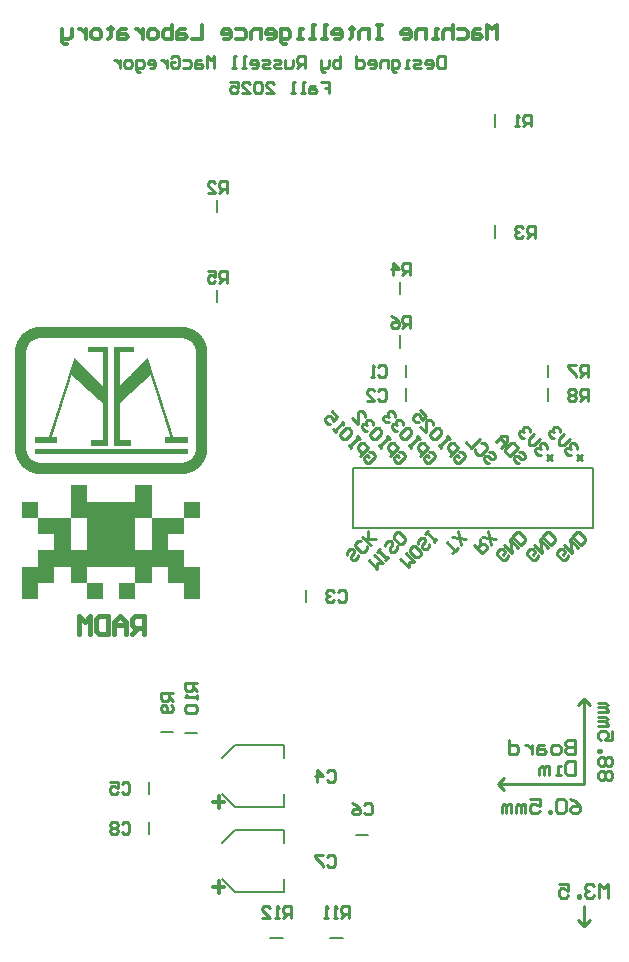
<source format=gbr>
%TF.GenerationSoftware,Altium Limited,Altium Designer,25.2.1 (25)*%
G04 Layer_Color=6809061*
%FSLAX43Y43*%
%MOMM*%
%TF.SameCoordinates,B664DB7D-B6DB-4AC9-9DB7-209C64ECDA10*%
%TF.FilePolarity,Positive*%
%TF.FileFunction,Legend,Bot*%
%TF.Part,Single*%
G01*
G75*
%TA.AperFunction,NonConductor*%
%ADD30C,0.200*%
%ADD31C,0.254*%
%ADD33C,0.400*%
%ADD36C,0.300*%
%ADD37C,0.250*%
G36*
X22083Y59215D02*
X22214D01*
Y59205D01*
X22285D01*
Y59195D01*
X22356D01*
Y59185D01*
X22407D01*
Y59174D01*
X22468D01*
Y59164D01*
X22488D01*
Y59154D01*
X22539D01*
Y59144D01*
X22579D01*
Y59134D01*
X22610D01*
Y59124D01*
X22650D01*
Y59114D01*
X22670D01*
Y59104D01*
X22701D01*
Y59093D01*
X22731D01*
Y59083D01*
X22751D01*
Y59073D01*
X22782D01*
Y59063D01*
X22802D01*
Y59053D01*
X22843D01*
Y59043D01*
X22853D01*
Y59033D01*
X22883D01*
Y59022D01*
X22893D01*
Y59012D01*
X22913D01*
Y59002D01*
X22944D01*
Y58992D01*
X22954D01*
Y58982D01*
X22984D01*
Y58972D01*
X23005D01*
Y58962D01*
X23025D01*
Y58952D01*
X23035D01*
Y58941D01*
X23055D01*
Y58931D01*
X23076D01*
Y58921D01*
X23086D01*
Y58911D01*
X23106D01*
Y58901D01*
X23126D01*
Y58891D01*
X23136D01*
Y58881D01*
X23157D01*
Y58871D01*
X23167D01*
Y58860D01*
X23187D01*
Y58850D01*
X23197D01*
Y58840D01*
X23217D01*
Y58830D01*
X23227D01*
Y58820D01*
X23238D01*
Y58810D01*
X23258D01*
Y58800D01*
X23268D01*
Y58789D01*
X23288D01*
Y58779D01*
X23298D01*
Y58769D01*
X23309D01*
Y58759D01*
X23329D01*
Y58749D01*
X23339D01*
Y58739D01*
X23349D01*
Y58729D01*
X23359D01*
Y58719D01*
X23369D01*
Y58708D01*
X23390D01*
Y58688D01*
X23410D01*
Y58678D01*
X23420D01*
Y58668D01*
X23430D01*
Y58658D01*
X23440D01*
Y58648D01*
X23450D01*
Y58638D01*
X23460D01*
Y58627D01*
X23471D01*
Y58617D01*
X23491D01*
Y58597D01*
X23511D01*
Y58577D01*
X23521D01*
Y58567D01*
X23531D01*
Y58556D01*
X23541D01*
Y58546D01*
X23552D01*
Y58536D01*
X23562D01*
Y58526D01*
X23572D01*
Y58516D01*
X23582D01*
Y58506D01*
X23592D01*
Y58496D01*
X23602D01*
Y58486D01*
X23612D01*
Y58465D01*
X23623D01*
Y58455D01*
X23633D01*
Y58445D01*
X23643D01*
Y58435D01*
X23653D01*
Y58425D01*
X23663D01*
Y58405D01*
X23673D01*
Y58394D01*
X23683D01*
Y58384D01*
X23693D01*
Y58374D01*
X23704D01*
Y58354D01*
X23714D01*
Y58344D01*
X23724D01*
Y58324D01*
X23734D01*
Y58313D01*
X23744D01*
Y58303D01*
X23754D01*
Y58283D01*
X23764D01*
Y58273D01*
X23774D01*
Y58253D01*
X23785D01*
Y58242D01*
X23795D01*
Y58232D01*
X23805D01*
Y58202D01*
X23815D01*
Y58192D01*
X23825D01*
Y58172D01*
X23835D01*
Y58161D01*
X23845D01*
Y58141D01*
X23855D01*
Y58121D01*
X23866D01*
Y58111D01*
X23876D01*
Y58091D01*
X23886D01*
Y58070D01*
X23896D01*
Y58050D01*
X23906D01*
Y58020D01*
X23916D01*
Y58009D01*
X23926D01*
Y57979D01*
X23937D01*
Y57969D01*
X23947D01*
Y57939D01*
X23957D01*
Y57918D01*
X23967D01*
Y57898D01*
X23977D01*
Y57868D01*
X23987D01*
Y57847D01*
X23997D01*
Y57807D01*
X24007D01*
Y57787D01*
X24018D01*
Y57756D01*
X24028D01*
Y57726D01*
X24038D01*
Y57706D01*
X24048D01*
Y57655D01*
X24058D01*
Y57625D01*
X24068D01*
Y57574D01*
X24078D01*
Y57544D01*
X24088D01*
Y57503D01*
X24099D01*
Y57432D01*
X24109D01*
Y57381D01*
X24119D01*
Y57290D01*
X24129D01*
Y57159D01*
X24139D01*
Y48842D01*
X24129D01*
Y48710D01*
X24119D01*
Y48619D01*
X24109D01*
Y48569D01*
X24099D01*
Y48498D01*
X24088D01*
Y48457D01*
X24078D01*
Y48427D01*
X24068D01*
Y48376D01*
X24058D01*
Y48346D01*
X24048D01*
Y48295D01*
X24038D01*
Y48275D01*
X24028D01*
Y48244D01*
X24018D01*
Y48214D01*
X24007D01*
Y48194D01*
X23997D01*
Y48153D01*
X23987D01*
Y48133D01*
X23977D01*
Y48103D01*
X23967D01*
Y48082D01*
X23957D01*
Y48062D01*
X23947D01*
Y48032D01*
X23937D01*
Y48022D01*
X23926D01*
Y47991D01*
X23916D01*
Y47981D01*
X23906D01*
Y47951D01*
X23896D01*
Y47930D01*
X23886D01*
Y47910D01*
X23876D01*
Y47890D01*
X23866D01*
Y47880D01*
X23855D01*
Y47860D01*
X23845D01*
Y47839D01*
X23835D01*
Y47829D01*
X23825D01*
Y47809D01*
X23815D01*
Y47799D01*
X23805D01*
Y47768D01*
X23795D01*
Y47758D01*
X23785D01*
Y47748D01*
X23774D01*
Y47728D01*
X23764D01*
Y47718D01*
X23754D01*
Y47697D01*
X23744D01*
Y47687D01*
X23734D01*
Y47677D01*
X23724D01*
Y47657D01*
X23714D01*
Y47647D01*
X23704D01*
Y47627D01*
X23693D01*
Y47616D01*
X23683D01*
Y47606D01*
X23673D01*
Y47596D01*
X23663D01*
Y47576D01*
X23653D01*
Y47566D01*
X23643D01*
Y47556D01*
X23633D01*
Y47546D01*
X23623D01*
Y47535D01*
X23612D01*
Y47515D01*
X23602D01*
Y47505D01*
X23592D01*
Y47495D01*
X23582D01*
Y47485D01*
X23572D01*
Y47475D01*
X23562D01*
Y47465D01*
X23552D01*
Y47454D01*
X23541D01*
Y47444D01*
X23531D01*
Y47434D01*
X23521D01*
Y47424D01*
X23511D01*
Y47404D01*
X23491D01*
Y47383D01*
X23471D01*
Y47373D01*
X23460D01*
Y47363D01*
X23450D01*
Y47353D01*
X23440D01*
Y47343D01*
X23430D01*
Y47333D01*
X23420D01*
Y47323D01*
X23410D01*
Y47313D01*
X23390D01*
Y47292D01*
X23369D01*
Y47282D01*
X23359D01*
Y47272D01*
X23349D01*
Y47262D01*
X23339D01*
Y47252D01*
X23329D01*
Y47242D01*
X23309D01*
Y47232D01*
X23298D01*
Y47221D01*
X23288D01*
Y47211D01*
X23268D01*
Y47201D01*
X23258D01*
Y47191D01*
X23238D01*
Y47181D01*
X23227D01*
Y47171D01*
X23217D01*
Y47161D01*
X23197D01*
Y47150D01*
X23187D01*
Y47140D01*
X23167D01*
Y47130D01*
X23157D01*
Y47120D01*
X23136D01*
Y47110D01*
X23126D01*
Y47100D01*
X23106D01*
Y47090D01*
X23086D01*
Y47080D01*
X23076D01*
Y47069D01*
X23055D01*
Y47059D01*
X23035D01*
Y47049D01*
X23025D01*
Y47039D01*
X23005D01*
Y47029D01*
X22984D01*
Y47019D01*
X22954D01*
Y47009D01*
X22944D01*
Y46999D01*
X22913D01*
Y46988D01*
X22893D01*
Y46978D01*
X22883D01*
Y46968D01*
X22853D01*
Y46958D01*
X22843D01*
Y46948D01*
X22802D01*
Y46938D01*
X22782D01*
Y46928D01*
X22751D01*
Y46917D01*
X22731D01*
Y46907D01*
X22701D01*
Y46897D01*
X22670D01*
Y46887D01*
X22650D01*
Y46877D01*
X22610D01*
Y46867D01*
X22579D01*
Y46857D01*
X22539D01*
Y46847D01*
X22488D01*
Y46836D01*
X22468D01*
Y46826D01*
X22407D01*
Y46816D01*
X22356D01*
Y46806D01*
X22285D01*
Y46796D01*
X22214D01*
Y46786D01*
X22083D01*
Y46776D01*
X9917D01*
Y46786D01*
X9785D01*
Y46796D01*
X9714D01*
Y46806D01*
X9644D01*
Y46816D01*
X9593D01*
Y46826D01*
X9532D01*
Y46836D01*
X9512D01*
Y46847D01*
X9461D01*
Y46857D01*
X9421D01*
Y46867D01*
X9390D01*
Y46877D01*
X9350D01*
Y46887D01*
X9330D01*
Y46897D01*
X9299D01*
Y46907D01*
X9269D01*
Y46917D01*
X9248D01*
Y46928D01*
X9218D01*
Y46938D01*
X9198D01*
Y46948D01*
X9157D01*
Y46958D01*
X9147D01*
Y46968D01*
X9117D01*
Y46978D01*
X9107D01*
Y46988D01*
X9086D01*
Y46999D01*
X9056D01*
Y47009D01*
X9046D01*
Y47019D01*
X9016D01*
Y47029D01*
X8995D01*
Y47039D01*
X8975D01*
Y47049D01*
X8965D01*
Y47059D01*
X8945D01*
Y47069D01*
X8924D01*
Y47080D01*
X8914D01*
Y47090D01*
X8894D01*
Y47100D01*
X8874D01*
Y47110D01*
X8864D01*
Y47120D01*
X8843D01*
Y47130D01*
X8833D01*
Y47140D01*
X8813D01*
Y47150D01*
X8803D01*
Y47161D01*
X8783D01*
Y47171D01*
X8772D01*
Y47181D01*
X8762D01*
Y47191D01*
X8742D01*
Y47201D01*
X8732D01*
Y47211D01*
X8712D01*
Y47221D01*
X8701D01*
Y47232D01*
X8691D01*
Y47242D01*
X8671D01*
Y47252D01*
X8661D01*
Y47262D01*
X8651D01*
Y47272D01*
X8641D01*
Y47282D01*
X8631D01*
Y47292D01*
X8610D01*
Y47313D01*
X8590D01*
Y47323D01*
X8580D01*
Y47333D01*
X8570D01*
Y47343D01*
X8560D01*
Y47353D01*
X8550D01*
Y47363D01*
X8539D01*
Y47373D01*
X8529D01*
Y47383D01*
X8509D01*
Y47404D01*
X8489D01*
Y47424D01*
X8479D01*
Y47434D01*
X8469D01*
Y47444D01*
X8458D01*
Y47454D01*
X8448D01*
Y47465D01*
X8438D01*
Y47475D01*
X8428D01*
Y47485D01*
X8418D01*
Y47495D01*
X8408D01*
Y47505D01*
X8398D01*
Y47515D01*
X8387D01*
Y47535D01*
X8377D01*
Y47546D01*
X8367D01*
Y47556D01*
X8357D01*
Y47566D01*
X8347D01*
Y47576D01*
X8337D01*
Y47596D01*
X8327D01*
Y47606D01*
X8317D01*
Y47616D01*
X8306D01*
Y47627D01*
X8296D01*
Y47647D01*
X8286D01*
Y47657D01*
X8276D01*
Y47677D01*
X8266D01*
Y47687D01*
X8256D01*
Y47697D01*
X8246D01*
Y47718D01*
X8236D01*
Y47728D01*
X8225D01*
Y47748D01*
X8215D01*
Y47758D01*
X8205D01*
Y47768D01*
X8195D01*
Y47799D01*
X8185D01*
Y47809D01*
X8175D01*
Y47829D01*
X8165D01*
Y47839D01*
X8155D01*
Y47860D01*
X8144D01*
Y47880D01*
X8134D01*
Y47890D01*
X8124D01*
Y47910D01*
X8114D01*
Y47930D01*
X8104D01*
Y47951D01*
X8094D01*
Y47981D01*
X8084D01*
Y47991D01*
X8073D01*
Y48022D01*
X8063D01*
Y48032D01*
X8053D01*
Y48062D01*
X8043D01*
Y48082D01*
X8033D01*
Y48103D01*
X8023D01*
Y48133D01*
X8013D01*
Y48153D01*
X8003D01*
Y48194D01*
X7992D01*
Y48214D01*
X7982D01*
Y48244D01*
X7972D01*
Y48275D01*
X7962D01*
Y48295D01*
X7952D01*
Y48346D01*
X7942D01*
Y48376D01*
X7932D01*
Y48427D01*
X7922D01*
Y48457D01*
X7911D01*
Y48498D01*
X7901D01*
Y48569D01*
X7891D01*
Y48619D01*
X7881D01*
Y48710D01*
X7871D01*
Y48842D01*
X7861D01*
Y57159D01*
X7871D01*
Y57290D01*
X7881D01*
Y57381D01*
X7891D01*
Y57432D01*
X7901D01*
Y57503D01*
X7911D01*
Y57544D01*
X7922D01*
Y57574D01*
X7932D01*
Y57625D01*
X7942D01*
Y57655D01*
X7952D01*
Y57706D01*
X7962D01*
Y57726D01*
X7972D01*
Y57756D01*
X7982D01*
Y57787D01*
X7992D01*
Y57807D01*
X8003D01*
Y57847D01*
X8013D01*
Y57868D01*
X8023D01*
Y57898D01*
X8033D01*
Y57918D01*
X8043D01*
Y57939D01*
X8053D01*
Y57969D01*
X8063D01*
Y57979D01*
X8073D01*
Y58009D01*
X8084D01*
Y58020D01*
X8094D01*
Y58050D01*
X8104D01*
Y58070D01*
X8114D01*
Y58091D01*
X8124D01*
Y58111D01*
X8134D01*
Y58121D01*
X8144D01*
Y58141D01*
X8155D01*
Y58161D01*
X8165D01*
Y58172D01*
X8175D01*
Y58192D01*
X8185D01*
Y58202D01*
X8195D01*
Y58232D01*
X8205D01*
Y58242D01*
X8215D01*
Y58253D01*
X8225D01*
Y58273D01*
X8236D01*
Y58283D01*
X8246D01*
Y58303D01*
X8256D01*
Y58313D01*
X8266D01*
Y58324D01*
X8276D01*
Y58344D01*
X8286D01*
Y58354D01*
X8296D01*
Y58374D01*
X8306D01*
Y58384D01*
X8317D01*
Y58394D01*
X8327D01*
Y58405D01*
X8337D01*
Y58425D01*
X8347D01*
Y58435D01*
X8357D01*
Y58445D01*
X8367D01*
Y58455D01*
X8377D01*
Y58465D01*
X8387D01*
Y58486D01*
X8398D01*
Y58496D01*
X8408D01*
Y58506D01*
X8418D01*
Y58516D01*
X8428D01*
Y58526D01*
X8438D01*
Y58536D01*
X8448D01*
Y58546D01*
X8458D01*
Y58556D01*
X8469D01*
Y58567D01*
X8479D01*
Y58577D01*
X8489D01*
Y58597D01*
X8509D01*
Y58617D01*
X8529D01*
Y58627D01*
X8539D01*
Y58638D01*
X8550D01*
Y58648D01*
X8560D01*
Y58658D01*
X8570D01*
Y58668D01*
X8580D01*
Y58678D01*
X8590D01*
Y58688D01*
X8610D01*
Y58708D01*
X8631D01*
Y58719D01*
X8641D01*
Y58729D01*
X8651D01*
Y58739D01*
X8661D01*
Y58749D01*
X8671D01*
Y58759D01*
X8691D01*
Y58769D01*
X8701D01*
Y58779D01*
X8712D01*
Y58789D01*
X8732D01*
Y58800D01*
X8742D01*
Y58810D01*
X8762D01*
Y58820D01*
X8772D01*
Y58830D01*
X8783D01*
Y58840D01*
X8803D01*
Y58850D01*
X8813D01*
Y58860D01*
X8833D01*
Y58871D01*
X8843D01*
Y58881D01*
X8864D01*
Y58891D01*
X8874D01*
Y58901D01*
X8894D01*
Y58911D01*
X8914D01*
Y58921D01*
X8924D01*
Y58931D01*
X8945D01*
Y58941D01*
X8965D01*
Y58952D01*
X8975D01*
Y58962D01*
X8995D01*
Y58972D01*
X9016D01*
Y58982D01*
X9046D01*
Y58992D01*
X9056D01*
Y59002D01*
X9086D01*
Y59012D01*
X9107D01*
Y59022D01*
X9117D01*
Y59033D01*
X9147D01*
Y59043D01*
X9157D01*
Y59053D01*
X9198D01*
Y59063D01*
X9218D01*
Y59073D01*
X9248D01*
Y59083D01*
X9269D01*
Y59093D01*
X9299D01*
Y59104D01*
X9330D01*
Y59114D01*
X9350D01*
Y59124D01*
X9390D01*
Y59134D01*
X9421D01*
Y59144D01*
X9461D01*
Y59154D01*
X9512D01*
Y59164D01*
X9532D01*
Y59174D01*
X9593D01*
Y59185D01*
X9644D01*
Y59195D01*
X9714D01*
Y59205D01*
X9785D01*
Y59215D01*
X9917D01*
Y59225D01*
X22083D01*
Y59215D01*
D02*
G37*
G36*
X19433Y45808D02*
X19434Y43062D01*
X19432Y43061D01*
X19421Y43062D01*
X18067Y43061D01*
X18063Y43062D01*
X18060Y43060D01*
X18060Y43057D01*
X18060Y43052D01*
X18060Y43049D01*
X18060Y40319D01*
X18060Y40315D01*
X18061Y40313D01*
X18064Y40312D01*
X18069Y40312D01*
X19425Y40312D01*
X19427Y40313D01*
X19430Y40312D01*
X19434Y40313D01*
X19435Y40317D01*
X19435Y40322D01*
X19435Y43055D01*
X19434Y43058D01*
X19436Y43060D01*
X19439Y43061D01*
X19442Y43060D01*
X22180Y43060D01*
X22182Y43059D01*
X22181Y43047D01*
X22182Y41689D01*
X22180Y41687D01*
X22169Y41688D01*
X20814Y41687D01*
X20810Y41688D01*
X20808Y41686D01*
X20807Y41683D01*
X20808Y41678D01*
X20807Y41675D01*
X20808Y40319D01*
X20807Y40315D01*
X20809Y40313D01*
X20812Y40312D01*
X20817Y40312D01*
X22176Y40312D01*
X22178Y40313D01*
X22182Y40311D01*
X22181Y40299D01*
X22182Y38945D01*
X22181Y38941D01*
X22183Y38939D01*
X22186Y38938D01*
X22191Y38939D01*
X23556Y38938D01*
X23556Y36191D01*
X22183Y36192D01*
X22183Y37558D01*
X22183Y37563D01*
X22182Y37565D01*
X22178Y37566D01*
X22173Y37565D01*
X22170Y37566D01*
X20810Y37566D01*
X20808Y37570D01*
X20809Y37573D01*
X20809Y38932D01*
X20809Y38937D01*
X20808Y38939D01*
X20804Y38940D01*
X20799Y38939D01*
X20797Y38940D01*
X19440Y38939D01*
X19437Y38940D01*
X19434Y38939D01*
X19433Y38935D01*
X19434Y38930D01*
X19433Y38927D01*
X19434Y37567D01*
X19432Y37565D01*
X19421Y37566D01*
X18062Y37566D01*
X18060Y37570D01*
X18061Y37572D01*
X18061Y38932D01*
X18061Y38937D01*
X18060Y38939D01*
X18057Y38940D01*
X18051Y38939D01*
X18049Y38940D01*
X13945Y38939D01*
X13941Y38940D01*
X13939Y38939D01*
X13938Y38935D01*
X13939Y38930D01*
X13938Y38927D01*
X13938Y37567D01*
X13937Y37565D01*
X13925Y37566D01*
X12567Y37566D01*
X12565Y37570D01*
X12566Y37573D01*
Y38354D01*
Y38355D01*
X12565Y38932D01*
X12566Y38937D01*
X12564Y38939D01*
X12561Y38940D01*
X12556Y38939D01*
X12553Y38940D01*
X11197Y38939D01*
X11193Y38940D01*
X11191Y38939D01*
X11190Y38935D01*
X11191Y38930D01*
X11190Y38927D01*
X11190Y37567D01*
X11189Y37565D01*
X11177Y37566D01*
X9823Y37566D01*
X9819Y37566D01*
X9817Y37565D01*
X9816Y37561D01*
X9817Y37556D01*
X9816Y37553D01*
X9816Y36191D01*
X8443Y36192D01*
X8443Y38938D01*
X9810Y38939D01*
X9815Y38938D01*
X9817Y38939D01*
X9818Y38943D01*
X9817Y38948D01*
X9818Y40306D01*
X9817Y40309D01*
X9818Y40312D01*
X9822Y40313D01*
X9825Y40312D01*
X11184Y40312D01*
X11189Y40312D01*
X11191Y40313D01*
X11192Y40317D01*
X11191Y40322D01*
X11192Y41678D01*
X11191Y41679D01*
X11192Y41682D01*
X11191Y41686D01*
X11187Y41688D01*
X11182Y41687D01*
X11179Y41688D01*
X9819Y41687D01*
X9817Y41692D01*
X9818Y41695D01*
X9817Y43058D01*
X9818Y43060D01*
X9822Y43061D01*
X9824Y43060D01*
X12562Y43060D01*
X12565Y43059D01*
X12564Y43047D01*
X12564Y40319D01*
X12564Y40315D01*
X12565Y40313D01*
X12569Y40312D01*
X12573Y40312D01*
X13930Y40312D01*
X13931Y40313D01*
X13934Y40312D01*
X13938Y40313D01*
X13940Y40317D01*
X13939Y40322D01*
X13940Y43052D01*
X13939Y43053D01*
X13940Y43056D01*
X13939Y43060D01*
X13935Y43062D01*
X13930Y43061D01*
X13927Y43062D01*
X12567Y43061D01*
X12565Y43066D01*
X12566Y43068D01*
X12566Y45809D01*
X13938Y45808D01*
X13938Y44441D01*
X13938Y44437D01*
X13939Y44435D01*
X13943Y44434D01*
X13947Y44434D01*
X18051Y44434D01*
X18053Y44435D01*
X18056Y44434D01*
X18060Y44435D01*
X18061Y44439D01*
X18061Y44443D01*
X18062Y45809D01*
X19433Y45808D01*
D02*
G37*
G36*
X22190Y44434D02*
X23556Y44433D01*
X23556Y43062D01*
X22184Y43061D01*
X22182Y43066D01*
X22183Y43068D01*
Y43915D01*
Y43916D01*
X22183Y44432D01*
X22183Y44434D01*
X22187Y44435D01*
X22190Y44434D01*
D02*
G37*
G36*
X9817Y44432D02*
X9816Y44421D01*
X9817Y43062D01*
X9815Y43061D01*
X9804Y43062D01*
X8443Y43062D01*
Y43130D01*
Y43131D01*
X8443Y44434D01*
X9814Y44434D01*
X9817Y44432D01*
D02*
G37*
G36*
X16695Y37564D02*
X18058Y37565D01*
X18060Y37563D01*
X18060Y37552D01*
Y37129D01*
Y37128D01*
X18059Y36191D01*
X16687Y36192D01*
X16687Y37563D01*
X16688Y37564D01*
X16691Y37565D01*
X16695Y37564D01*
D02*
G37*
G36*
X13946D02*
X15310Y37565D01*
X15313Y37563D01*
X15312Y37552D01*
X15311Y36191D01*
X13940Y36192D01*
Y37376D01*
Y37376D01*
X13939Y37563D01*
X13940Y37564D01*
X13943Y37565D01*
X13946Y37564D01*
D02*
G37*
%LPC*%
G36*
X22103Y58263D02*
X9897D01*
Y58253D01*
X9806D01*
Y58242D01*
X9755D01*
Y58232D01*
X9725D01*
Y58222D01*
X9674D01*
Y58212D01*
X9654D01*
Y58202D01*
X9613D01*
Y58192D01*
X9593D01*
Y58182D01*
X9563D01*
Y58172D01*
X9542D01*
Y58161D01*
X9522D01*
Y58151D01*
X9492D01*
Y58141D01*
X9481D01*
Y58131D01*
X9461D01*
Y58121D01*
X9441D01*
Y58111D01*
X9421D01*
Y58101D01*
X9400D01*
Y58091D01*
X9390D01*
Y58080D01*
X9370D01*
Y58070D01*
X9350D01*
Y58060D01*
X9340D01*
Y58050D01*
X9330D01*
Y58040D01*
X9309D01*
Y58030D01*
X9299D01*
Y58020D01*
X9289D01*
Y58009D01*
X9269D01*
Y57999D01*
X9259D01*
Y57989D01*
X9248D01*
Y57979D01*
X9238D01*
Y57969D01*
X9228D01*
Y57959D01*
X9208D01*
Y57949D01*
X9198D01*
Y57939D01*
X9188D01*
Y57928D01*
X9178D01*
Y57918D01*
X9167D01*
Y57908D01*
X9157D01*
Y57898D01*
X9147D01*
Y57888D01*
X9137D01*
Y57878D01*
X9127D01*
Y57858D01*
X9117D01*
Y57847D01*
X9107D01*
Y57837D01*
X9097D01*
Y57827D01*
X9086D01*
Y57817D01*
X9076D01*
Y57807D01*
X9066D01*
Y57787D01*
X9056D01*
Y57777D01*
X9046D01*
Y57756D01*
X9036D01*
Y57746D01*
X9026D01*
Y57736D01*
X9016D01*
Y57716D01*
X9005D01*
Y57695D01*
X8995D01*
Y57685D01*
X8985D01*
Y57665D01*
X8975D01*
Y57645D01*
X8965D01*
Y57635D01*
X8955D01*
Y57614D01*
X8945D01*
Y57584D01*
X8934D01*
Y57574D01*
X8924D01*
Y57544D01*
X8914D01*
Y57533D01*
X8904D01*
Y57493D01*
X8894D01*
Y57473D01*
X8884D01*
Y57442D01*
X8874D01*
Y57402D01*
X8864D01*
Y57371D01*
X8853D01*
Y57321D01*
X8843D01*
Y57280D01*
X8833D01*
Y57209D01*
X8823D01*
Y48791D01*
X8833D01*
Y48721D01*
X8843D01*
Y48680D01*
X8853D01*
Y48629D01*
X8864D01*
Y48599D01*
X8874D01*
Y48559D01*
X8884D01*
Y48528D01*
X8894D01*
Y48508D01*
X8904D01*
Y48467D01*
X8914D01*
Y48457D01*
X8924D01*
Y48427D01*
X8934D01*
Y48417D01*
X8945D01*
Y48386D01*
X8955D01*
Y48366D01*
X8965D01*
Y48356D01*
X8975D01*
Y48336D01*
X8985D01*
Y48315D01*
X8995D01*
Y48305D01*
X9005D01*
Y48285D01*
X9016D01*
Y48265D01*
X9026D01*
Y48255D01*
X9036D01*
Y48244D01*
X9046D01*
Y48224D01*
X9056D01*
Y48214D01*
X9066D01*
Y48194D01*
X9076D01*
Y48184D01*
X9086D01*
Y48174D01*
X9097D01*
Y48163D01*
X9107D01*
Y48153D01*
X9117D01*
Y48133D01*
X9127D01*
Y48123D01*
X9137D01*
Y48113D01*
X9147D01*
Y48103D01*
X9157D01*
Y48093D01*
X9167D01*
Y48082D01*
X9178D01*
Y48072D01*
X9188D01*
Y48062D01*
X9198D01*
Y48052D01*
X9208D01*
Y48042D01*
X9228D01*
Y48032D01*
X9238D01*
Y48022D01*
X9248D01*
Y48012D01*
X9259D01*
Y48001D01*
X9269D01*
Y47991D01*
X9289D01*
Y47981D01*
X9299D01*
Y47971D01*
X9309D01*
Y47961D01*
X9330D01*
Y47951D01*
X9340D01*
Y47941D01*
X9350D01*
Y47930D01*
X9370D01*
Y47920D01*
X9390D01*
Y47910D01*
X9400D01*
Y47900D01*
X9421D01*
Y47890D01*
X9441D01*
Y47880D01*
X9461D01*
Y47870D01*
X9481D01*
Y47860D01*
X9492D01*
Y47849D01*
X9522D01*
Y47839D01*
X9542D01*
Y47829D01*
X9563D01*
Y47819D01*
X9593D01*
Y47809D01*
X9613D01*
Y47799D01*
X9654D01*
Y47789D01*
X9674D01*
Y47779D01*
X9725D01*
Y47768D01*
X9755D01*
Y47758D01*
X9806D01*
Y47748D01*
X9897D01*
Y47738D01*
X22113D01*
Y47748D01*
X22194D01*
Y47758D01*
X22245D01*
Y47768D01*
X22275D01*
Y47779D01*
X22326D01*
Y47789D01*
X22346D01*
Y47799D01*
X22387D01*
Y47809D01*
X22407D01*
Y47819D01*
X22437D01*
Y47829D01*
X22458D01*
Y47839D01*
X22478D01*
Y47849D01*
X22508D01*
Y47860D01*
X22518D01*
Y47870D01*
X22539D01*
Y47880D01*
X22559D01*
Y47890D01*
X22579D01*
Y47900D01*
X22599D01*
Y47910D01*
X22610D01*
Y47920D01*
X22630D01*
Y47930D01*
X22650D01*
Y47941D01*
X22660D01*
Y47951D01*
X22670D01*
Y47961D01*
X22691D01*
Y47971D01*
X22701D01*
Y47981D01*
X22711D01*
Y47991D01*
X22731D01*
Y48001D01*
X22741D01*
Y48012D01*
X22751D01*
Y48022D01*
X22761D01*
Y48032D01*
X22772D01*
Y48042D01*
X22792D01*
Y48052D01*
X22802D01*
Y48062D01*
X22812D01*
Y48072D01*
X22822D01*
Y48082D01*
X22832D01*
Y48093D01*
X22843D01*
Y48103D01*
X22853D01*
Y48113D01*
X22863D01*
Y48123D01*
X22873D01*
Y48133D01*
X22883D01*
Y48153D01*
X22893D01*
Y48163D01*
X22903D01*
Y48174D01*
X22913D01*
Y48184D01*
X22924D01*
Y48194D01*
X22934D01*
Y48214D01*
X22944D01*
Y48224D01*
X22954D01*
Y48244D01*
X22964D01*
Y48255D01*
X22974D01*
Y48265D01*
X22984D01*
Y48285D01*
X22994D01*
Y48305D01*
X23005D01*
Y48315D01*
X23015D01*
Y48326D01*
X23025D01*
Y48356D01*
X23035D01*
Y48366D01*
X23045D01*
Y48386D01*
X23055D01*
Y48417D01*
X23065D01*
Y48427D01*
X23076D01*
Y48457D01*
X23086D01*
Y48467D01*
X23096D01*
Y48508D01*
X23106D01*
Y48528D01*
X23116D01*
Y48559D01*
X23126D01*
Y48599D01*
X23136D01*
Y48629D01*
X23146D01*
Y48680D01*
X23157D01*
Y48721D01*
X23167D01*
Y48791D01*
X23177D01*
Y57209D01*
X23167D01*
Y57280D01*
X23157D01*
Y57321D01*
X23146D01*
Y57371D01*
X23136D01*
Y57402D01*
X23126D01*
Y57442D01*
X23116D01*
Y57473D01*
X23106D01*
Y57493D01*
X23096D01*
Y57533D01*
X23086D01*
Y57544D01*
X23076D01*
Y57574D01*
X23065D01*
Y57584D01*
X23055D01*
Y57614D01*
X23045D01*
Y57635D01*
X23035D01*
Y57645D01*
X23025D01*
Y57665D01*
X23015D01*
Y57685D01*
X23005D01*
Y57695D01*
X22994D01*
Y57716D01*
X22984D01*
Y57736D01*
X22974D01*
Y57746D01*
X22964D01*
Y57756D01*
X22954D01*
Y57777D01*
X22944D01*
Y57787D01*
X22934D01*
Y57807D01*
X22924D01*
Y57817D01*
X22913D01*
Y57827D01*
X22903D01*
Y57837D01*
X22893D01*
Y57847D01*
X22883D01*
Y57868D01*
X22873D01*
Y57878D01*
X22863D01*
Y57888D01*
X22853D01*
Y57898D01*
X22843D01*
Y57908D01*
X22832D01*
Y57918D01*
X22822D01*
Y57928D01*
X22812D01*
Y57939D01*
X22802D01*
Y57949D01*
X22792D01*
Y57959D01*
X22772D01*
Y57969D01*
X22761D01*
Y57979D01*
X22751D01*
Y57989D01*
X22741D01*
Y57999D01*
X22731D01*
Y58009D01*
X22711D01*
Y58020D01*
X22701D01*
Y58030D01*
X22691D01*
Y58040D01*
X22670D01*
Y58050D01*
X22660D01*
Y58060D01*
X22650D01*
Y58070D01*
X22630D01*
Y58080D01*
X22610D01*
Y58091D01*
X22599D01*
Y58101D01*
X22579D01*
Y58111D01*
X22559D01*
Y58121D01*
X22539D01*
Y58131D01*
X22518D01*
Y58141D01*
X22508D01*
Y58151D01*
X22478D01*
Y58161D01*
X22458D01*
Y58172D01*
X22437D01*
Y58182D01*
X22407D01*
Y58192D01*
X22387D01*
Y58202D01*
X22346D01*
Y58212D01*
X22326D01*
Y58222D01*
X22275D01*
Y58232D01*
X22245D01*
Y58242D01*
X22194D01*
Y58253D01*
X22103D01*
Y58263D01*
D02*
G37*
%LPD*%
G36*
X15742Y57544D02*
X15762D01*
Y49187D01*
X15752D01*
Y49176D01*
X15742D01*
Y49166D01*
X15721D01*
Y49176D01*
X14354D01*
Y49166D01*
X14344D01*
Y49176D01*
X14323D01*
Y49642D01*
X14344D01*
Y49653D01*
X14364D01*
Y49642D01*
X14374D01*
Y49653D01*
X15235D01*
Y49642D01*
X15255D01*
Y49653D01*
X15276D01*
Y49663D01*
X15286D01*
Y50665D01*
Y50676D01*
Y52752D01*
X15276D01*
Y52772D01*
X15266D01*
Y52783D01*
X15255D01*
Y52793D01*
X15245D01*
Y52803D01*
X15225D01*
Y52813D01*
X15215D01*
Y52823D01*
X15205D01*
Y52833D01*
X15195D01*
Y52843D01*
X15184D01*
Y52853D01*
X15174D01*
Y52864D01*
X15164D01*
Y52874D01*
X15154D01*
Y52884D01*
X15144D01*
Y52894D01*
X15134D01*
Y52904D01*
X15124D01*
Y52914D01*
X15103D01*
Y52924D01*
X15093D01*
Y52935D01*
X15083D01*
Y52945D01*
X15073D01*
Y52955D01*
X15063D01*
Y52965D01*
X15053D01*
Y52975D01*
X15043D01*
Y52985D01*
X15033D01*
Y52995D01*
X15022D01*
Y53005D01*
X15012D01*
Y53016D01*
X14992D01*
Y53026D01*
X14982D01*
Y53036D01*
X14972D01*
Y53046D01*
X14962D01*
Y53056D01*
X14952D01*
Y53066D01*
X14941D01*
Y53076D01*
X14931D01*
Y53086D01*
X14921D01*
Y53097D01*
X14911D01*
Y53107D01*
X14891D01*
Y53117D01*
X14881D01*
Y53127D01*
X14870D01*
Y53137D01*
X14860D01*
Y53147D01*
X14850D01*
Y53157D01*
X14840D01*
Y53168D01*
X14830D01*
Y53178D01*
X14820D01*
Y53188D01*
X14810D01*
Y53198D01*
X14800D01*
Y53208D01*
X14789D01*
Y53218D01*
X14769D01*
Y53228D01*
X14759D01*
Y53238D01*
X14749D01*
Y53249D01*
X14739D01*
Y53259D01*
X14729D01*
Y53269D01*
X14719D01*
Y53279D01*
X14708D01*
Y53289D01*
X14698D01*
Y53299D01*
X14688D01*
Y53309D01*
X14668D01*
Y53319D01*
X14658D01*
Y53330D01*
X14648D01*
Y53340D01*
X14637D01*
Y53350D01*
X14627D01*
Y53360D01*
X14617D01*
Y53370D01*
X14607D01*
Y53380D01*
X14597D01*
Y53390D01*
X14587D01*
Y53400D01*
X14577D01*
Y53411D01*
X14567D01*
Y53421D01*
X14546D01*
Y53431D01*
X14536D01*
Y53441D01*
X14526D01*
Y53451D01*
X14516D01*
Y53461D01*
X14506D01*
Y53471D01*
X14496D01*
Y53482D01*
X14486D01*
Y53492D01*
X14475D01*
Y53502D01*
X14465D01*
Y53512D01*
X14445D01*
Y53522D01*
X14435D01*
Y53532D01*
X14425D01*
Y53542D01*
X14415D01*
Y53552D01*
X14405D01*
Y53563D01*
X14394D01*
Y53573D01*
X14384D01*
Y53583D01*
X14374D01*
Y53593D01*
X14364D01*
Y53603D01*
X14354D01*
Y53613D01*
X14334D01*
Y53623D01*
X14323D01*
Y53633D01*
X14313D01*
Y53644D01*
X14303D01*
Y53654D01*
X14293D01*
Y53664D01*
X14283D01*
Y53674D01*
X14273D01*
Y53684D01*
X14263D01*
Y53694D01*
X14253D01*
Y53704D01*
X14242D01*
Y53715D01*
X14232D01*
Y53725D01*
X14212D01*
Y53735D01*
X14202D01*
Y53745D01*
X14192D01*
Y53755D01*
X14182D01*
Y53765D01*
X14172D01*
Y53775D01*
X14161D01*
Y53785D01*
X14151D01*
Y53796D01*
X14141D01*
Y53806D01*
X14131D01*
Y53816D01*
X14111D01*
Y53826D01*
X14101D01*
Y53836D01*
X14090D01*
Y53846D01*
X14080D01*
Y53856D01*
X14070D01*
Y53866D01*
X14060D01*
Y53877D01*
X14050D01*
Y53887D01*
X14040D01*
Y53897D01*
X14030D01*
Y53907D01*
X14020D01*
Y53917D01*
X14009D01*
Y53927D01*
X13989D01*
Y53937D01*
X13979D01*
Y53947D01*
X13969D01*
Y53958D01*
X13959D01*
Y53968D01*
X13949D01*
Y53978D01*
X13939D01*
Y53988D01*
X13928D01*
Y53998D01*
X13918D01*
Y54008D01*
X13908D01*
Y54018D01*
X13888D01*
Y54029D01*
X13878D01*
Y54039D01*
X13868D01*
Y54049D01*
X13858D01*
Y54059D01*
X13847D01*
Y54069D01*
X13837D01*
Y54079D01*
X13827D01*
Y54089D01*
X13817D01*
Y54099D01*
X13807D01*
Y54110D01*
X13797D01*
Y54120D01*
X13787D01*
Y54130D01*
X13766D01*
Y54140D01*
X13756D01*
Y54150D01*
X13746D01*
Y54160D01*
X13736D01*
Y54170D01*
X13726D01*
Y54180D01*
X13716D01*
Y54191D01*
X13695D01*
Y54211D01*
X13685D01*
Y54221D01*
X13665D01*
Y54241D01*
X13645D01*
Y54251D01*
X13635D01*
Y54262D01*
X13625D01*
Y54272D01*
X13614D01*
Y54282D01*
X13604D01*
Y54292D01*
X13594D01*
Y54302D01*
X13584D01*
Y54312D01*
X13564D01*
Y54322D01*
X13554D01*
Y54332D01*
X13543D01*
Y54343D01*
X13533D01*
Y54353D01*
X13523D01*
Y54363D01*
X13513D01*
Y54373D01*
X13503D01*
Y54383D01*
X13493D01*
Y54393D01*
X13483D01*
Y54403D01*
X13473D01*
Y54413D01*
X13462D01*
Y54424D01*
X13452D01*
Y54434D01*
X13432D01*
Y54444D01*
X13422D01*
Y54454D01*
X13412D01*
Y54464D01*
X13402D01*
Y54474D01*
X13392D01*
Y54484D01*
X13381D01*
Y54494D01*
X13371D01*
Y54505D01*
X13361D01*
Y54515D01*
X13351D01*
Y54525D01*
X13331D01*
Y54535D01*
X13321D01*
Y54545D01*
X13311D01*
Y54555D01*
X13300D01*
Y54565D01*
X13290D01*
Y54576D01*
X13280D01*
Y54586D01*
X13270D01*
Y54596D01*
X13260D01*
Y54606D01*
X13250D01*
Y54616D01*
X13240D01*
Y54626D01*
X13229D01*
Y54636D01*
X13209D01*
Y54646D01*
X13199D01*
Y54657D01*
X13189D01*
Y54667D01*
X13179D01*
Y54677D01*
X13169D01*
Y54687D01*
X13159D01*
Y54697D01*
X13148D01*
Y54707D01*
X13138D01*
Y54717D01*
X13128D01*
Y54727D01*
X13108D01*
Y54738D01*
X13098D01*
Y54748D01*
X13088D01*
Y54758D01*
X13078D01*
Y54768D01*
X13067D01*
Y54778D01*
X13057D01*
Y54788D01*
X13047D01*
Y54798D01*
X13037D01*
Y54809D01*
X13027D01*
Y54819D01*
X13017D01*
Y54829D01*
X12996D01*
Y54839D01*
X12986D01*
Y54849D01*
X12976D01*
Y54859D01*
X12966D01*
Y54869D01*
X12956D01*
Y54879D01*
X12946D01*
Y54890D01*
X12936D01*
Y54900D01*
X12926D01*
Y54910D01*
X12915D01*
Y54920D01*
X12905D01*
Y54930D01*
X12895D01*
Y54940D01*
X12875D01*
Y54950D01*
X12865D01*
Y54960D01*
X12855D01*
Y54971D01*
X12845D01*
Y54981D01*
X12834D01*
Y54991D01*
X12824D01*
Y55001D01*
X12814D01*
Y55011D01*
X12804D01*
Y55021D01*
X12794D01*
Y55031D01*
X12774D01*
Y55042D01*
X12764D01*
Y55052D01*
X12753D01*
Y55062D01*
X12743D01*
Y55072D01*
X12733D01*
Y55082D01*
X12723D01*
Y55092D01*
X12713D01*
Y55102D01*
X12703D01*
Y55112D01*
X12682D01*
Y55133D01*
X12672D01*
Y55143D01*
X12652D01*
Y55133D01*
X12642D01*
Y55112D01*
X12632D01*
Y55082D01*
X12622D01*
Y55052D01*
X12612D01*
Y55021D01*
X12601D01*
Y54981D01*
X12591D01*
Y54950D01*
X12581D01*
Y54920D01*
X12571D01*
Y54890D01*
X12561D01*
Y54859D01*
X12551D01*
Y54829D01*
X12541D01*
Y54798D01*
X12531D01*
Y54758D01*
X12520D01*
Y54727D01*
X12510D01*
Y54697D01*
X12500D01*
Y54667D01*
X12490D01*
Y54636D01*
X12480D01*
Y54606D01*
X12470D01*
Y54576D01*
X12460D01*
Y54535D01*
X12449D01*
Y54505D01*
X12439D01*
Y54474D01*
X12429D01*
Y54444D01*
X12419D01*
Y54413D01*
X12409D01*
Y54383D01*
X12399D01*
Y54343D01*
X12389D01*
Y54322D01*
X12379D01*
Y54282D01*
X12368D01*
Y54251D01*
X12358D01*
Y54221D01*
X12348D01*
Y54191D01*
X12338D01*
Y54160D01*
X12328D01*
Y54120D01*
X12318D01*
Y54089D01*
X12308D01*
Y54059D01*
X12298D01*
Y54029D01*
X12287D01*
Y53998D01*
X12277D01*
Y53968D01*
X12267D01*
Y53937D01*
X12257D01*
Y53897D01*
X12247D01*
Y53877D01*
X12237D01*
Y53836D01*
X12227D01*
Y53806D01*
X12217D01*
Y53775D01*
X12206D01*
Y53745D01*
X12196D01*
Y53715D01*
X12186D01*
Y53674D01*
X12176D01*
Y53644D01*
X12166D01*
Y53613D01*
X12156D01*
Y53583D01*
X12146D01*
Y53552D01*
X12135D01*
Y53522D01*
X12125D01*
Y53492D01*
X12115D01*
Y53461D01*
X12105D01*
Y53421D01*
X12095D01*
Y53390D01*
X12085D01*
Y53360D01*
X12075D01*
Y53330D01*
X12065D01*
Y53299D01*
X12054D01*
Y53269D01*
X12044D01*
Y53238D01*
X12034D01*
Y53198D01*
X12024D01*
Y53168D01*
X12014D01*
Y53137D01*
X12004D01*
Y53107D01*
X11994D01*
Y53076D01*
X11984D01*
Y53046D01*
X11973D01*
Y53005D01*
X11963D01*
Y52975D01*
X11953D01*
Y52945D01*
X11943D01*
Y52914D01*
X11933D01*
Y52884D01*
X11923D01*
Y52853D01*
X11913D01*
Y52823D01*
X11902D01*
Y52793D01*
X11892D01*
Y52752D01*
X11882D01*
Y52732D01*
X11872D01*
Y52691D01*
X11862D01*
Y52661D01*
X11852D01*
Y52631D01*
X11842D01*
Y52600D01*
X11832D01*
Y52570D01*
X11821D01*
Y52529D01*
X11811D01*
Y52499D01*
X11801D01*
Y52469D01*
X11791D01*
Y52438D01*
X11781D01*
Y52408D01*
X11771D01*
Y52377D01*
X11761D01*
Y52347D01*
X11751D01*
Y52306D01*
X11740D01*
Y52276D01*
X11730D01*
Y52246D01*
X11720D01*
Y52215D01*
X11710D01*
Y52185D01*
X11700D01*
Y52155D01*
X11690D01*
Y52124D01*
X11680D01*
Y52084D01*
X11670D01*
Y52053D01*
X11659D01*
Y52023D01*
X11649D01*
Y51992D01*
X11639D01*
Y51962D01*
X11629D01*
Y51932D01*
X11619D01*
Y51901D01*
X11609D01*
Y51861D01*
X11599D01*
Y51830D01*
X11588D01*
Y51800D01*
X11578D01*
Y51770D01*
X11568D01*
Y51739D01*
X11558D01*
Y51709D01*
X11548D01*
Y51668D01*
X11538D01*
Y51648D01*
X11528D01*
Y51608D01*
X11518D01*
Y51577D01*
X11507D01*
Y51547D01*
X11497D01*
Y51516D01*
X11487D01*
Y51486D01*
X11477D01*
Y51445D01*
X11467D01*
Y51425D01*
X11457D01*
Y51385D01*
X11447D01*
Y51354D01*
X11437D01*
Y51324D01*
X11426D01*
Y51294D01*
X11416D01*
Y51263D01*
X11406D01*
Y51223D01*
X11396D01*
Y51202D01*
X11386D01*
Y51162D01*
X11376D01*
Y51131D01*
X11366D01*
Y51101D01*
X11355D01*
Y51071D01*
X11345D01*
Y51040D01*
X11335D01*
Y51000D01*
X11325D01*
Y50979D01*
X11315D01*
Y50939D01*
X11305D01*
Y50909D01*
X11295D01*
Y50878D01*
X11285D01*
Y50848D01*
X11274D01*
Y50817D01*
X11264D01*
Y50787D01*
X11254D01*
Y50747D01*
X11244D01*
Y50716D01*
X11234D01*
Y50686D01*
X11224D01*
Y50655D01*
X11214D01*
Y50625D01*
X11204D01*
Y50595D01*
X11193D01*
Y50564D01*
X11183D01*
Y50524D01*
X11173D01*
Y50493D01*
X11163D01*
Y50463D01*
X11153D01*
Y50432D01*
X11143D01*
Y50402D01*
X11133D01*
Y50372D01*
X11122D01*
Y50341D01*
X11112D01*
Y50301D01*
X11102D01*
Y50270D01*
X11092D01*
Y50240D01*
X11082D01*
Y50210D01*
X11072D01*
Y50179D01*
X11062D01*
Y50149D01*
X11052D01*
Y50118D01*
X11041D01*
Y50078D01*
X11031D01*
Y50048D01*
X11021D01*
Y50017D01*
X11011D01*
Y49987D01*
X11001D01*
Y49956D01*
X10991D01*
Y49926D01*
X10981D01*
Y49896D01*
X10991D01*
Y49886D01*
X11457D01*
Y49420D01*
X11447D01*
Y49409D01*
X9542D01*
Y49420D01*
X9532D01*
Y49875D01*
X9542D01*
Y49886D01*
X10727D01*
Y49896D01*
X10738D01*
Y49906D01*
X10748D01*
Y49946D01*
X10758D01*
Y49977D01*
X10768D01*
Y50007D01*
X10778D01*
Y50037D01*
X10788D01*
Y50068D01*
X10798D01*
Y50098D01*
X10808D01*
Y50129D01*
X10819D01*
Y50159D01*
X10829D01*
Y50189D01*
X10839D01*
Y50220D01*
X10849D01*
Y50260D01*
X10859D01*
Y50291D01*
X10869D01*
Y50321D01*
X10879D01*
Y50351D01*
X10890D01*
Y50382D01*
X10900D01*
Y50412D01*
X10910D01*
Y50443D01*
X10920D01*
Y50483D01*
X10930D01*
Y50503D01*
X10940D01*
Y50544D01*
X10950D01*
Y50574D01*
X10960D01*
Y50605D01*
X10971D01*
Y50635D01*
X10981D01*
Y50665D01*
X10991D01*
Y50696D01*
X11001D01*
Y50726D01*
X11011D01*
Y50757D01*
X11021D01*
Y50797D01*
X11031D01*
Y50828D01*
X11041D01*
Y50858D01*
X11052D01*
Y50888D01*
X11062D01*
Y50919D01*
X11072D01*
Y50949D01*
X11082D01*
Y50979D01*
X11092D01*
Y51010D01*
X11102D01*
Y51040D01*
X11112D01*
Y51081D01*
X11122D01*
Y51111D01*
X11133D01*
Y51142D01*
X11143D01*
Y51172D01*
X11153D01*
Y51202D01*
X11163D01*
Y51233D01*
X11173D01*
Y51263D01*
X11183D01*
Y51294D01*
X11193D01*
Y51324D01*
X11204D01*
Y51364D01*
X11214D01*
Y51395D01*
X11224D01*
Y51425D01*
X11234D01*
Y51456D01*
X11244D01*
Y51486D01*
X11254D01*
Y51516D01*
X11264D01*
Y51547D01*
X11274D01*
Y51577D01*
X11285D01*
Y51618D01*
X11295D01*
Y51648D01*
X11305D01*
Y51678D01*
X11315D01*
Y51709D01*
X11325D01*
Y51739D01*
X11335D01*
Y51770D01*
X11345D01*
Y51800D01*
X11355D01*
Y51830D01*
X11366D01*
Y51861D01*
X11376D01*
Y51901D01*
X11386D01*
Y51932D01*
X11396D01*
Y51962D01*
X11406D01*
Y51992D01*
X11416D01*
Y52023D01*
X11426D01*
Y52053D01*
X11437D01*
Y52084D01*
X11447D01*
Y52114D01*
X11457D01*
Y52144D01*
X11467D01*
Y52175D01*
X11477D01*
Y52215D01*
X11487D01*
Y52246D01*
X11497D01*
Y52276D01*
X11507D01*
Y52306D01*
X11518D01*
Y52337D01*
X11528D01*
Y52367D01*
X11538D01*
Y52398D01*
X11548D01*
Y52428D01*
X11558D01*
Y52469D01*
X11568D01*
Y52489D01*
X11578D01*
Y52529D01*
X11588D01*
Y52560D01*
X11599D01*
Y52590D01*
X11609D01*
Y52621D01*
X11619D01*
Y52651D01*
X11629D01*
Y52681D01*
X11639D01*
Y52712D01*
X11649D01*
Y52752D01*
X11659D01*
Y52783D01*
X11670D01*
Y52813D01*
X11680D01*
Y52843D01*
X11690D01*
Y52874D01*
X11700D01*
Y52904D01*
X11710D01*
Y52935D01*
X11720D01*
Y52965D01*
X11730D01*
Y52995D01*
X11740D01*
Y53026D01*
X11751D01*
Y53066D01*
X11761D01*
Y53097D01*
X11771D01*
Y53127D01*
X11781D01*
Y53157D01*
X11791D01*
Y53188D01*
X11801D01*
Y53218D01*
X11811D01*
Y53249D01*
X11821D01*
Y53289D01*
X11832D01*
Y53319D01*
X11842D01*
Y53350D01*
X11852D01*
Y53380D01*
X11862D01*
Y53411D01*
X11872D01*
Y53441D01*
X11882D01*
Y53471D01*
X11892D01*
Y53502D01*
X11902D01*
Y53532D01*
X11913D01*
Y53563D01*
X11923D01*
Y53603D01*
X11933D01*
Y53633D01*
X11943D01*
Y53664D01*
X11953D01*
Y53694D01*
X11963D01*
Y53725D01*
X11973D01*
Y53755D01*
X11984D01*
Y53785D01*
X11994D01*
Y53826D01*
X12004D01*
Y53846D01*
X12014D01*
Y53887D01*
X12024D01*
Y53917D01*
X12034D01*
Y53947D01*
X12044D01*
Y53978D01*
X12054D01*
Y54008D01*
X12065D01*
Y54039D01*
X12075D01*
Y54069D01*
X12085D01*
Y54099D01*
X12095D01*
Y54140D01*
X12105D01*
Y54170D01*
X12115D01*
Y54201D01*
X12125D01*
Y54221D01*
X12135D01*
Y54262D01*
X12146D01*
Y54292D01*
X12156D01*
Y54322D01*
X12166D01*
Y54353D01*
X12176D01*
Y54383D01*
X12186D01*
Y54424D01*
X12196D01*
Y54454D01*
X12206D01*
Y54484D01*
X12217D01*
Y54515D01*
X12227D01*
Y54545D01*
X12237D01*
Y54576D01*
X12247D01*
Y54606D01*
X12257D01*
Y54646D01*
X12267D01*
Y54667D01*
X12277D01*
Y54707D01*
X12287D01*
Y54738D01*
X12298D01*
Y54768D01*
X12308D01*
Y54798D01*
X12318D01*
Y54829D01*
X12328D01*
Y54859D01*
X12338D01*
Y54890D01*
X12348D01*
Y54920D01*
X12358D01*
Y54960D01*
X12368D01*
Y54991D01*
X12379D01*
Y55021D01*
X12389D01*
Y55052D01*
X12399D01*
Y55082D01*
X12409D01*
Y55112D01*
X12419D01*
Y55143D01*
X12429D01*
Y55173D01*
X12439D01*
Y55204D01*
X12449D01*
Y55244D01*
X12460D01*
Y55274D01*
X12470D01*
Y55305D01*
X12480D01*
Y55335D01*
X12490D01*
Y55366D01*
X12500D01*
Y55396D01*
X12510D01*
Y55426D01*
X12520D01*
Y55457D01*
X12531D01*
Y55497D01*
X12541D01*
Y55528D01*
X12551D01*
Y55558D01*
X12561D01*
Y55589D01*
X12571D01*
Y55619D01*
X12581D01*
Y55649D01*
X12591D01*
Y55680D01*
X12601D01*
Y55710D01*
X12612D01*
Y55740D01*
X12622D01*
Y55781D01*
X12632D01*
Y55801D01*
X12642D01*
Y55842D01*
X12652D01*
Y55872D01*
X12662D01*
Y55903D01*
X12672D01*
Y55933D01*
X12682D01*
Y55963D01*
X12693D01*
Y55994D01*
X12703D01*
Y56024D01*
X12713D01*
Y56065D01*
X12723D01*
Y56095D01*
X12733D01*
Y56125D01*
X12743D01*
Y56156D01*
X12753D01*
Y56186D01*
X12764D01*
Y56217D01*
X12774D01*
Y56247D01*
X12784D01*
Y56277D01*
X12794D01*
Y56318D01*
X12804D01*
Y56338D01*
X12814D01*
Y56379D01*
X12824D01*
Y56409D01*
X12834D01*
Y56439D01*
X12845D01*
Y56470D01*
X12855D01*
Y56500D01*
X12865D01*
Y56531D01*
X12875D01*
Y56561D01*
X12885D01*
Y56571D01*
X12895D01*
Y56581D01*
X12905D01*
Y56571D01*
X12915D01*
Y56561D01*
X12926D01*
Y56551D01*
X12936D01*
Y56541D01*
X12946D01*
Y56531D01*
X12956D01*
Y56520D01*
X12966D01*
Y56510D01*
X12976D01*
Y56500D01*
X12986D01*
Y56490D01*
X12996D01*
Y56480D01*
X13007D01*
Y56470D01*
X13017D01*
Y56460D01*
X13027D01*
Y56450D01*
X13037D01*
Y56439D01*
X13047D01*
Y56429D01*
X13057D01*
Y56419D01*
X13067D01*
Y56409D01*
X13078D01*
Y56399D01*
X13088D01*
Y56389D01*
X13098D01*
Y56379D01*
X13108D01*
Y56368D01*
X13118D01*
Y56358D01*
X13128D01*
Y56348D01*
X13138D01*
Y56338D01*
X13148D01*
Y56328D01*
X13159D01*
Y56318D01*
X13169D01*
Y56308D01*
X13179D01*
Y56298D01*
X13189D01*
Y56287D01*
X13199D01*
Y56277D01*
X13209D01*
Y56267D01*
X13219D01*
Y56257D01*
X13229D01*
Y56247D01*
X13240D01*
Y56237D01*
X13250D01*
Y56227D01*
X13260D01*
Y56217D01*
X13270D01*
Y56206D01*
X13280D01*
Y56196D01*
X13290D01*
Y56186D01*
X13300D01*
Y56176D01*
X13311D01*
Y56166D01*
X13321D01*
Y56156D01*
X13331D01*
Y56146D01*
X13341D01*
Y56136D01*
X13351D01*
Y56125D01*
X13361D01*
Y56115D01*
X13371D01*
Y56105D01*
X13381D01*
Y56095D01*
X13392D01*
Y56085D01*
X13402D01*
Y56075D01*
X13412D01*
Y56065D01*
X13422D01*
Y56054D01*
X13432D01*
Y56044D01*
X13442D01*
Y56034D01*
X13452D01*
Y56024D01*
X13462D01*
Y56014D01*
X13473D01*
Y56004D01*
X13483D01*
Y55994D01*
X13493D01*
Y55984D01*
X13503D01*
Y55973D01*
X13513D01*
Y55963D01*
X13523D01*
Y55953D01*
X13533D01*
Y55943D01*
X13543D01*
Y55933D01*
X13554D01*
Y55923D01*
X13564D01*
Y55913D01*
X13574D01*
Y55903D01*
X13584D01*
Y55892D01*
X13594D01*
Y55882D01*
X13604D01*
Y55872D01*
X13614D01*
Y55862D01*
X13625D01*
Y55852D01*
X13635D01*
Y55842D01*
X13645D01*
Y55832D01*
X13655D01*
Y55821D01*
X13665D01*
Y55811D01*
X13675D01*
Y55801D01*
X13685D01*
Y55791D01*
X13695D01*
Y55781D01*
X13706D01*
Y55771D01*
X13716D01*
Y55761D01*
X13726D01*
Y55751D01*
X13736D01*
Y55740D01*
X13746D01*
Y55730D01*
X13756D01*
Y55720D01*
X13766D01*
Y55710D01*
X13776D01*
Y55700D01*
X13787D01*
Y55690D01*
X13797D01*
Y55680D01*
X13807D01*
Y55670D01*
X13817D01*
Y55659D01*
X13827D01*
Y55649D01*
X13837D01*
Y55639D01*
X13847D01*
Y55629D01*
X13858D01*
Y55619D01*
X13868D01*
Y55609D01*
X13878D01*
Y55599D01*
X13888D01*
Y55589D01*
X13898D01*
Y55578D01*
X13908D01*
Y55568D01*
X13918D01*
Y55558D01*
X13928D01*
Y55548D01*
X13939D01*
Y55538D01*
X13949D01*
Y55528D01*
X13959D01*
Y55518D01*
X13969D01*
Y55507D01*
X13979D01*
Y55497D01*
X13989D01*
Y55487D01*
X13999D01*
Y55477D01*
X14009D01*
Y55467D01*
X14020D01*
Y55457D01*
X14030D01*
Y55447D01*
X14040D01*
Y55437D01*
X14050D01*
Y55426D01*
X14060D01*
Y55416D01*
X14070D01*
Y55406D01*
X14080D01*
Y55396D01*
X14090D01*
Y55386D01*
X14101D01*
Y55376D01*
X14111D01*
Y55366D01*
X14121D01*
Y55356D01*
X14131D01*
Y55345D01*
X14141D01*
Y55335D01*
X14151D01*
Y55325D01*
X14161D01*
Y55315D01*
X14172D01*
Y55305D01*
X14182D01*
Y55295D01*
X14192D01*
Y55285D01*
X14202D01*
Y55274D01*
X14212D01*
Y55264D01*
X14222D01*
Y55254D01*
X14232D01*
Y55244D01*
X14242D01*
Y55234D01*
X14253D01*
Y55224D01*
X14263D01*
Y55214D01*
X14273D01*
Y55204D01*
X14283D01*
Y55193D01*
X14293D01*
Y55183D01*
X14303D01*
Y55173D01*
X14313D01*
Y55163D01*
X14323D01*
Y55153D01*
X14334D01*
Y55143D01*
X14344D01*
Y55133D01*
X14354D01*
Y55112D01*
X14374D01*
Y55102D01*
X14384D01*
Y55092D01*
X14394D01*
Y55082D01*
X14405D01*
Y55072D01*
X14415D01*
Y55062D01*
X14425D01*
Y55052D01*
X14435D01*
Y55042D01*
X14445D01*
Y55031D01*
X14455D01*
Y55021D01*
X14465D01*
Y55011D01*
X14475D01*
Y55001D01*
X14486D01*
Y54991D01*
X14496D01*
Y54981D01*
X14506D01*
Y54971D01*
X14516D01*
Y54960D01*
X14526D01*
Y54950D01*
X14536D01*
Y54940D01*
X14546D01*
Y54930D01*
X14556D01*
Y54920D01*
X14567D01*
Y54910D01*
X14577D01*
Y54900D01*
X14587D01*
Y54890D01*
X14597D01*
Y54879D01*
X14607D01*
Y54869D01*
X14617D01*
Y54859D01*
X14627D01*
Y54849D01*
X14637D01*
Y54839D01*
X14648D01*
Y54829D01*
X14658D01*
Y54819D01*
X14668D01*
Y54809D01*
X14678D01*
Y54798D01*
X14688D01*
Y54788D01*
X14698D01*
Y54778D01*
X14708D01*
Y54768D01*
X14719D01*
Y54758D01*
X14729D01*
Y54748D01*
X14739D01*
Y54738D01*
X14749D01*
Y54727D01*
X14759D01*
Y54717D01*
X14769D01*
Y54707D01*
X14779D01*
Y54697D01*
X14789D01*
Y54687D01*
X14800D01*
Y54677D01*
X14810D01*
Y54667D01*
X14820D01*
Y54657D01*
X14830D01*
Y54646D01*
X14840D01*
Y54636D01*
X14850D01*
Y54626D01*
X14860D01*
Y54616D01*
X14870D01*
Y54606D01*
X14881D01*
Y54596D01*
X14891D01*
Y54586D01*
X14901D01*
Y54576D01*
X14911D01*
Y54565D01*
X14921D01*
Y54555D01*
X14931D01*
Y54545D01*
X14941D01*
Y54535D01*
X14952D01*
Y54525D01*
X14962D01*
Y54515D01*
X14972D01*
Y54505D01*
X14982D01*
Y54494D01*
X14992D01*
Y54484D01*
X15002D01*
Y54474D01*
X15012D01*
Y54464D01*
X15022D01*
Y54454D01*
X15033D01*
Y54444D01*
X15043D01*
Y54434D01*
X15053D01*
Y54424D01*
X15063D01*
Y54413D01*
X15073D01*
Y54403D01*
X15083D01*
Y54393D01*
X15093D01*
Y54383D01*
X15103D01*
Y54373D01*
X15114D01*
Y54363D01*
X15124D01*
Y54353D01*
X15134D01*
Y54343D01*
X15144D01*
Y54332D01*
X15154D01*
Y54322D01*
X15164D01*
Y54312D01*
X15174D01*
Y54302D01*
X15184D01*
Y54292D01*
X15195D01*
Y54282D01*
X15205D01*
Y54272D01*
X15215D01*
Y54262D01*
X15225D01*
Y54251D01*
X15235D01*
Y54241D01*
X15245D01*
Y54221D01*
X15286D01*
Y57057D01*
X15276D01*
Y57067D01*
X14090D01*
Y57088D01*
X14080D01*
Y57533D01*
X14090D01*
Y57544D01*
X15731D01*
Y57554D01*
X15742D01*
Y57544D01*
D02*
G37*
G36*
X16268D02*
X17920D01*
Y57078D01*
X17909D01*
Y57067D01*
X16724D01*
Y57047D01*
X16714D01*
Y57027D01*
X16724D01*
Y56601D01*
X16714D01*
Y56541D01*
X16724D01*
Y55173D01*
X16714D01*
Y55112D01*
X16724D01*
Y54251D01*
X16714D01*
Y54221D01*
X16724D01*
Y54211D01*
X16734D01*
Y54221D01*
X16755D01*
Y54241D01*
X16765D01*
Y54251D01*
X16775D01*
Y54262D01*
X16785D01*
Y54272D01*
X16795D01*
Y54282D01*
X16805D01*
Y54292D01*
X16815D01*
Y54302D01*
X16826D01*
Y54312D01*
X16836D01*
Y54322D01*
X16846D01*
Y54332D01*
X16856D01*
Y54343D01*
X16866D01*
Y54353D01*
X16876D01*
Y54363D01*
X16886D01*
Y54373D01*
X16896D01*
Y54383D01*
X16907D01*
Y54393D01*
X16917D01*
Y54403D01*
X16927D01*
Y54413D01*
X16937D01*
Y54424D01*
X16947D01*
Y54434D01*
X16957D01*
Y54444D01*
X16967D01*
Y54454D01*
X16977D01*
Y54464D01*
X16988D01*
Y54474D01*
X16998D01*
Y54484D01*
X17008D01*
Y54494D01*
X17018D01*
Y54505D01*
X17028D01*
Y54515D01*
X17038D01*
Y54525D01*
X17048D01*
Y54535D01*
X17058D01*
Y54545D01*
X17069D01*
Y54555D01*
X17079D01*
Y54565D01*
X17089D01*
Y54576D01*
X17099D01*
Y54586D01*
X17109D01*
Y54596D01*
X17119D01*
Y54606D01*
X17129D01*
Y54616D01*
X17140D01*
Y54626D01*
X17150D01*
Y54636D01*
X17160D01*
Y54646D01*
X17170D01*
Y54657D01*
X17180D01*
Y54667D01*
X17190D01*
Y54677D01*
X17200D01*
Y54687D01*
X17210D01*
Y54697D01*
X17221D01*
Y54707D01*
X17231D01*
Y54717D01*
X17241D01*
Y54727D01*
X17251D01*
Y54738D01*
X17261D01*
Y54748D01*
X17271D01*
Y54758D01*
X17281D01*
Y54768D01*
X17291D01*
Y54778D01*
X17302D01*
Y54788D01*
X17312D01*
Y54798D01*
X17322D01*
Y54809D01*
X17332D01*
Y54819D01*
X17342D01*
Y54829D01*
X17352D01*
Y54839D01*
X17362D01*
Y54849D01*
X17373D01*
Y54859D01*
X17383D01*
Y54869D01*
X17393D01*
Y54879D01*
X17403D01*
Y54890D01*
X17413D01*
Y54900D01*
X17423D01*
Y54910D01*
X17433D01*
Y54920D01*
X17443D01*
Y54930D01*
X17454D01*
Y54940D01*
X17464D01*
Y54950D01*
X17474D01*
Y54960D01*
X17484D01*
Y54971D01*
X17494D01*
Y54981D01*
X17504D01*
Y54991D01*
X17514D01*
Y55001D01*
X17524D01*
Y55011D01*
X17535D01*
Y55021D01*
X17545D01*
Y55031D01*
X17555D01*
Y55042D01*
X17565D01*
Y55052D01*
X17575D01*
Y55062D01*
X17585D01*
Y55072D01*
X17595D01*
Y55082D01*
X17605D01*
Y55092D01*
X17616D01*
Y55102D01*
X17626D01*
Y55112D01*
X17646D01*
Y55133D01*
X17656D01*
Y55143D01*
X17666D01*
Y55153D01*
X17676D01*
Y55163D01*
X17687D01*
Y55173D01*
X17697D01*
Y55183D01*
X17707D01*
Y55193D01*
X17717D01*
Y55204D01*
X17727D01*
Y55214D01*
X17737D01*
Y55224D01*
X17747D01*
Y55234D01*
X17757D01*
Y55244D01*
X17768D01*
Y55254D01*
X17778D01*
Y55264D01*
X17788D01*
Y55274D01*
X17798D01*
Y55285D01*
X17808D01*
Y55295D01*
X17818D01*
Y55305D01*
X17828D01*
Y55315D01*
X17838D01*
Y55325D01*
X17849D01*
Y55335D01*
X17859D01*
Y55345D01*
X17869D01*
Y55356D01*
X17879D01*
Y55366D01*
X17889D01*
Y55376D01*
X17899D01*
Y55386D01*
X17909D01*
Y55396D01*
X17920D01*
Y55406D01*
X17930D01*
Y55416D01*
X17940D01*
Y55426D01*
X17950D01*
Y55437D01*
X17960D01*
Y55447D01*
X17970D01*
Y55457D01*
X17980D01*
Y55467D01*
X17990D01*
Y55477D01*
X18001D01*
Y55487D01*
X18011D01*
Y55497D01*
X18021D01*
Y55507D01*
X18031D01*
Y55518D01*
X18041D01*
Y55528D01*
X18051D01*
Y55538D01*
X18061D01*
Y55548D01*
X18071D01*
Y55558D01*
X18082D01*
Y55568D01*
X18092D01*
Y55578D01*
X18102D01*
Y55589D01*
X18112D01*
Y55599D01*
X18122D01*
Y55609D01*
X18132D01*
Y55619D01*
X18142D01*
Y55629D01*
X18152D01*
Y55639D01*
X18163D01*
Y55649D01*
X18173D01*
Y55659D01*
X18183D01*
Y55670D01*
X18193D01*
Y55680D01*
X18203D01*
Y55690D01*
X18213D01*
Y55700D01*
X18223D01*
Y55710D01*
X18234D01*
Y55720D01*
X18244D01*
Y55730D01*
X18254D01*
Y55740D01*
X18264D01*
Y55751D01*
X18274D01*
Y55761D01*
X18284D01*
Y55771D01*
X18294D01*
Y55781D01*
X18304D01*
Y55791D01*
X18315D01*
Y55801D01*
X18325D01*
Y55811D01*
X18335D01*
Y55821D01*
X18345D01*
Y55832D01*
X18355D01*
Y55842D01*
X18365D01*
Y55852D01*
X18375D01*
Y55862D01*
X18385D01*
Y55872D01*
X18396D01*
Y55882D01*
X18406D01*
Y55892D01*
X18416D01*
Y55903D01*
X18426D01*
Y55913D01*
X18436D01*
Y55923D01*
X18446D01*
Y55933D01*
X18456D01*
Y55943D01*
X18467D01*
Y55953D01*
X18477D01*
Y55963D01*
X18487D01*
Y55973D01*
X18497D01*
Y55984D01*
X18507D01*
Y55994D01*
X18517D01*
Y56004D01*
X18527D01*
Y56014D01*
X18537D01*
Y56024D01*
X18548D01*
Y56034D01*
X18558D01*
Y56044D01*
X18568D01*
Y56054D01*
X18578D01*
Y56065D01*
X18588D01*
Y56075D01*
X18598D01*
Y56085D01*
X18608D01*
Y56095D01*
X18618D01*
Y56105D01*
X18629D01*
Y56115D01*
X18639D01*
Y56125D01*
X18649D01*
Y56136D01*
X18659D01*
Y56146D01*
X18669D01*
Y56156D01*
X18679D01*
Y56166D01*
X18689D01*
Y56176D01*
X18699D01*
Y56186D01*
X18710D01*
Y56196D01*
X18720D01*
Y56206D01*
X18730D01*
Y56217D01*
X18740D01*
Y56227D01*
X18750D01*
Y56237D01*
X18760D01*
Y56247D01*
X18770D01*
Y56257D01*
X18781D01*
Y56267D01*
X18791D01*
Y56277D01*
X18801D01*
Y56287D01*
X18811D01*
Y56298D01*
X18821D01*
Y56308D01*
X18831D01*
Y56318D01*
X18841D01*
Y56328D01*
X18851D01*
Y56338D01*
X18862D01*
Y56348D01*
X18872D01*
Y56358D01*
X18882D01*
Y56368D01*
X18892D01*
Y56379D01*
X18902D01*
Y56389D01*
X18912D01*
Y56399D01*
X18922D01*
Y56409D01*
X18932D01*
Y56419D01*
X18943D01*
Y56429D01*
X18953D01*
Y56439D01*
X18963D01*
Y56450D01*
X18973D01*
Y56460D01*
X18983D01*
Y56470D01*
X18993D01*
Y56480D01*
X19003D01*
Y56490D01*
X19014D01*
Y56500D01*
X19024D01*
Y56510D01*
X19034D01*
Y56520D01*
X19044D01*
Y56531D01*
X19054D01*
Y56541D01*
X19064D01*
Y56551D01*
X19074D01*
Y56561D01*
X19084D01*
Y56571D01*
X19095D01*
Y56581D01*
X19105D01*
Y56571D01*
X19115D01*
Y56561D01*
X19125D01*
Y56531D01*
X19135D01*
Y56500D01*
X19145D01*
Y56470D01*
X19155D01*
Y56439D01*
X19165D01*
Y56409D01*
X19176D01*
Y56379D01*
X19186D01*
Y56338D01*
X19196D01*
Y56318D01*
X19206D01*
Y56277D01*
X19216D01*
Y56247D01*
X19226D01*
Y56217D01*
X19236D01*
Y56186D01*
X19247D01*
Y56156D01*
X19257D01*
Y56125D01*
X19267D01*
Y56095D01*
X19277D01*
Y56065D01*
X19287D01*
Y56024D01*
X19297D01*
Y55994D01*
X19307D01*
Y55963D01*
X19317D01*
Y55933D01*
X19328D01*
Y55903D01*
X19338D01*
Y55872D01*
X19348D01*
Y55842D01*
X19358D01*
Y55811D01*
X19368D01*
Y55781D01*
X19378D01*
Y55740D01*
X19388D01*
Y55710D01*
X19398D01*
Y55680D01*
X19409D01*
Y55649D01*
X19419D01*
Y55619D01*
X19429D01*
Y55589D01*
X19439D01*
Y55558D01*
X19449D01*
Y55528D01*
X19459D01*
Y55497D01*
X19469D01*
Y55457D01*
X19479D01*
Y55426D01*
X19490D01*
Y55396D01*
X19500D01*
Y55366D01*
X19510D01*
Y55335D01*
X19520D01*
Y55305D01*
X19530D01*
Y55274D01*
X19540D01*
Y55244D01*
X19550D01*
Y55204D01*
X19561D01*
Y55183D01*
X19571D01*
Y55143D01*
X19581D01*
Y55112D01*
X19591D01*
Y55082D01*
X19601D01*
Y55052D01*
X19611D01*
Y55021D01*
X19621D01*
Y54991D01*
X19631D01*
Y54960D01*
X19642D01*
Y54920D01*
X19652D01*
Y54890D01*
X19662D01*
Y54859D01*
X19672D01*
Y54829D01*
X19682D01*
Y54798D01*
X19692D01*
Y54768D01*
X19702D01*
Y54738D01*
X19712D01*
Y54707D01*
X19723D01*
Y54677D01*
X19733D01*
Y54646D01*
X19743D01*
Y54606D01*
X19753D01*
Y54576D01*
X19763D01*
Y54545D01*
X19773D01*
Y54515D01*
X19783D01*
Y54484D01*
X19794D01*
Y54454D01*
X19804D01*
Y54424D01*
X19814D01*
Y54393D01*
X19824D01*
Y54363D01*
X19834D01*
Y54322D01*
X19844D01*
Y54292D01*
X19854D01*
Y54262D01*
X19864D01*
Y54221D01*
X19875D01*
Y54201D01*
X19885D01*
Y54170D01*
X19895D01*
Y54140D01*
X19905D01*
Y54110D01*
X19915D01*
Y54069D01*
X19925D01*
Y54049D01*
X19935D01*
Y54008D01*
X19945D01*
Y53978D01*
X19956D01*
Y53947D01*
X19966D01*
Y53917D01*
X19976D01*
Y53887D01*
X19986D01*
Y53856D01*
X19996D01*
Y53826D01*
X20006D01*
Y53796D01*
X20016D01*
Y53755D01*
X20026D01*
Y53725D01*
X20037D01*
Y53694D01*
X20047D01*
Y53664D01*
X20057D01*
Y53633D01*
X20067D01*
Y53603D01*
X20077D01*
Y53573D01*
X20087D01*
Y53542D01*
X20097D01*
Y53512D01*
X20108D01*
Y53471D01*
X20118D01*
Y53441D01*
X20128D01*
Y53411D01*
X20138D01*
Y53380D01*
X20148D01*
Y53350D01*
X20158D01*
Y53319D01*
X20168D01*
Y53289D01*
X20178D01*
Y53259D01*
X20189D01*
Y53228D01*
X20199D01*
Y53198D01*
X20209D01*
Y53157D01*
X20219D01*
Y53127D01*
X20229D01*
Y53097D01*
X20239D01*
Y53066D01*
X20249D01*
Y53036D01*
X20259D01*
Y53005D01*
X20270D01*
Y52975D01*
X20280D01*
Y52935D01*
X20290D01*
Y52914D01*
X20300D01*
Y52874D01*
X20310D01*
Y52843D01*
X20320D01*
Y52813D01*
X20330D01*
Y52783D01*
X20340D01*
Y52752D01*
X20351D01*
Y52722D01*
X20361D01*
Y52691D01*
X20371D01*
Y52661D01*
X20381D01*
Y52621D01*
X20391D01*
Y52590D01*
X20401D01*
Y52560D01*
X20411D01*
Y52529D01*
X20422D01*
Y52499D01*
X20432D01*
Y52469D01*
X20442D01*
Y52438D01*
X20452D01*
Y52398D01*
X20462D01*
Y52377D01*
X20472D01*
Y52337D01*
X20482D01*
Y52306D01*
X20492D01*
Y52276D01*
X20503D01*
Y52246D01*
X20513D01*
Y52215D01*
X20523D01*
Y52185D01*
X20533D01*
Y52155D01*
X20543D01*
Y52124D01*
X20553D01*
Y52094D01*
X20563D01*
Y52053D01*
X20573D01*
Y52023D01*
X20584D01*
Y51992D01*
X20594D01*
Y51962D01*
X20604D01*
Y51932D01*
X20614D01*
Y51901D01*
X20624D01*
Y51871D01*
X20634D01*
Y51841D01*
X20644D01*
Y51800D01*
X20655D01*
Y51780D01*
X20665D01*
Y51739D01*
X20675D01*
Y51709D01*
X20685D01*
Y51678D01*
X20695D01*
Y51648D01*
X20705D01*
Y51618D01*
X20715D01*
Y51587D01*
X20725D01*
Y51557D01*
X20736D01*
Y51516D01*
X20746D01*
Y51486D01*
X20756D01*
Y51456D01*
X20766D01*
Y51425D01*
X20776D01*
Y51395D01*
X20786D01*
Y51364D01*
X20796D01*
Y51334D01*
X20806D01*
Y51304D01*
X20817D01*
Y51273D01*
X20827D01*
Y51243D01*
X20837D01*
Y51202D01*
X20847D01*
Y51172D01*
X20857D01*
Y51142D01*
X20867D01*
Y51111D01*
X20877D01*
Y51081D01*
X20888D01*
Y51050D01*
X20898D01*
Y51020D01*
X20908D01*
Y50979D01*
X20918D01*
Y50959D01*
X20928D01*
Y50919D01*
X20938D01*
Y50888D01*
X20948D01*
Y50858D01*
X20958D01*
Y50828D01*
X20969D01*
Y50797D01*
X20979D01*
Y50767D01*
X20989D01*
Y50736D01*
X20999D01*
Y50706D01*
X21009D01*
Y50665D01*
X21019D01*
Y50635D01*
X21029D01*
Y50605D01*
X21039D01*
Y50574D01*
X21050D01*
Y50544D01*
X21060D01*
Y50514D01*
X21070D01*
Y50483D01*
X21080D01*
Y50453D01*
X21090D01*
Y50422D01*
X21100D01*
Y50392D01*
X21110D01*
Y50351D01*
X21120D01*
Y50321D01*
X21131D01*
Y50291D01*
X21141D01*
Y50260D01*
X21151D01*
Y50230D01*
X21161D01*
Y50200D01*
X21171D01*
Y50169D01*
X21181D01*
Y50129D01*
X21191D01*
Y50108D01*
X21202D01*
Y50068D01*
X21212D01*
Y50037D01*
X21222D01*
Y50007D01*
X21232D01*
Y49977D01*
X21242D01*
Y49946D01*
X21252D01*
Y49906D01*
X21262D01*
Y49896D01*
X21272D01*
Y49886D01*
X22468D01*
Y49420D01*
X22458D01*
Y49409D01*
X20553D01*
Y49430D01*
X20543D01*
Y49875D01*
X20553D01*
Y49886D01*
X21009D01*
Y49896D01*
X21019D01*
Y49926D01*
X21009D01*
Y49967D01*
X20999D01*
Y49987D01*
X20989D01*
Y50027D01*
X20979D01*
Y50058D01*
X20969D01*
Y50088D01*
X20958D01*
Y50118D01*
X20948D01*
Y50149D01*
X20938D01*
Y50179D01*
X20928D01*
Y50220D01*
X20918D01*
Y50250D01*
X20908D01*
Y50281D01*
X20898D01*
Y50311D01*
X20888D01*
Y50341D01*
X20877D01*
Y50372D01*
X20867D01*
Y50402D01*
X20857D01*
Y50443D01*
X20847D01*
Y50473D01*
X20837D01*
Y50503D01*
X20827D01*
Y50534D01*
X20817D01*
Y50564D01*
X20806D01*
Y50595D01*
X20796D01*
Y50625D01*
X20786D01*
Y50665D01*
X20776D01*
Y50696D01*
X20766D01*
Y50726D01*
X20756D01*
Y50757D01*
X20746D01*
Y50787D01*
X20736D01*
Y50817D01*
X20725D01*
Y50848D01*
X20715D01*
Y50888D01*
X20705D01*
Y50909D01*
X20695D01*
Y50949D01*
X20685D01*
Y50979D01*
X20675D01*
Y51010D01*
X20665D01*
Y51040D01*
X20655D01*
Y51071D01*
X20644D01*
Y51111D01*
X20634D01*
Y51131D01*
X20624D01*
Y51172D01*
X20614D01*
Y51202D01*
X20604D01*
Y51233D01*
X20594D01*
Y51263D01*
X20584D01*
Y51294D01*
X20573D01*
Y51324D01*
X20563D01*
Y51364D01*
X20553D01*
Y51395D01*
X20543D01*
Y51425D01*
X20533D01*
Y51456D01*
X20523D01*
Y51486D01*
X20513D01*
Y51516D01*
X20503D01*
Y51547D01*
X20492D01*
Y51587D01*
X20482D01*
Y51618D01*
X20472D01*
Y51648D01*
X20462D01*
Y51678D01*
X20452D01*
Y51709D01*
X20442D01*
Y51739D01*
X20432D01*
Y51780D01*
X20422D01*
Y51810D01*
X20411D01*
Y51841D01*
X20401D01*
Y51871D01*
X20391D01*
Y51901D01*
X20381D01*
Y51932D01*
X20371D01*
Y51962D01*
X20361D01*
Y51992D01*
X20351D01*
Y52033D01*
X20340D01*
Y52063D01*
X20330D01*
Y52094D01*
X20320D01*
Y52124D01*
X20310D01*
Y52155D01*
X20300D01*
Y52195D01*
X20290D01*
Y52215D01*
X20280D01*
Y52256D01*
X20270D01*
Y52286D01*
X20259D01*
Y52317D01*
X20249D01*
Y52347D01*
X20239D01*
Y52377D01*
X20229D01*
Y52408D01*
X20219D01*
Y52438D01*
X20209D01*
Y52479D01*
X20199D01*
Y52509D01*
X20189D01*
Y52539D01*
X20178D01*
Y52570D01*
X20168D01*
Y52600D01*
X20158D01*
Y52631D01*
X20148D01*
Y52661D01*
X20138D01*
Y52702D01*
X20128D01*
Y52732D01*
X20118D01*
Y52752D01*
X20108D01*
Y52793D01*
X20097D01*
Y52823D01*
X20087D01*
Y52853D01*
X20077D01*
Y52884D01*
X20067D01*
Y52924D01*
X20057D01*
Y52955D01*
X20047D01*
Y52985D01*
X20037D01*
Y53016D01*
X20026D01*
Y53046D01*
X20016D01*
Y53076D01*
X20006D01*
Y53117D01*
X19996D01*
Y53147D01*
X19986D01*
Y53178D01*
X19976D01*
Y53208D01*
X19966D01*
Y53238D01*
X19956D01*
Y53269D01*
X19945D01*
Y53299D01*
X19935D01*
Y53340D01*
X19925D01*
Y53370D01*
X19915D01*
Y53400D01*
X19905D01*
Y53431D01*
X19895D01*
Y53461D01*
X19885D01*
Y53492D01*
X19875D01*
Y53522D01*
X19864D01*
Y53563D01*
X19854D01*
Y53583D01*
X19844D01*
Y53623D01*
X19834D01*
Y53654D01*
X19824D01*
Y53684D01*
X19814D01*
Y53715D01*
X19804D01*
Y53745D01*
X19794D01*
Y53785D01*
X19783D01*
Y53806D01*
X19773D01*
Y53846D01*
X19763D01*
Y53877D01*
X19753D01*
Y53907D01*
X19743D01*
Y53937D01*
X19733D01*
Y53968D01*
X19723D01*
Y53998D01*
X19712D01*
Y54039D01*
X19702D01*
Y54069D01*
X19692D01*
Y54099D01*
X19682D01*
Y54130D01*
X19672D01*
Y54160D01*
X19662D01*
Y54191D01*
X19652D01*
Y54221D01*
X19642D01*
Y54262D01*
X19631D01*
Y54292D01*
X19621D01*
Y54322D01*
X19611D01*
Y54353D01*
X19601D01*
Y54383D01*
X19591D01*
Y54413D01*
X19581D01*
Y54454D01*
X19571D01*
Y54484D01*
X19561D01*
Y54515D01*
X19550D01*
Y54545D01*
X19540D01*
Y54576D01*
X19530D01*
Y54606D01*
X19520D01*
Y54636D01*
X19510D01*
Y54667D01*
X19500D01*
Y54707D01*
X19490D01*
Y54738D01*
X19479D01*
Y54768D01*
X19469D01*
Y54798D01*
X19459D01*
Y54829D01*
X19449D01*
Y54859D01*
X19439D01*
Y54890D01*
X19429D01*
Y54930D01*
X19419D01*
Y54960D01*
X19409D01*
Y54991D01*
X19398D01*
Y55021D01*
X19388D01*
Y55052D01*
X19378D01*
Y55082D01*
X19368D01*
Y55112D01*
X19358D01*
Y55143D01*
X19328D01*
Y55123D01*
X19317D01*
Y55112D01*
X19297D01*
Y55102D01*
X19287D01*
Y55092D01*
X19277D01*
Y55082D01*
X19267D01*
Y55072D01*
X19257D01*
Y55062D01*
X19247D01*
Y55052D01*
X19236D01*
Y55042D01*
X19226D01*
Y55031D01*
X19216D01*
Y55021D01*
X19206D01*
Y55011D01*
X19186D01*
Y55001D01*
X19176D01*
Y54991D01*
X19165D01*
Y54981D01*
X19155D01*
Y54971D01*
X19145D01*
Y54960D01*
X19135D01*
Y54950D01*
X19125D01*
Y54940D01*
X19115D01*
Y54930D01*
X19105D01*
Y54920D01*
X19084D01*
Y54910D01*
X19074D01*
Y54900D01*
X19064D01*
Y54890D01*
X19054D01*
Y54879D01*
X19044D01*
Y54869D01*
X19034D01*
Y54859D01*
X19024D01*
Y54849D01*
X19014D01*
Y54839D01*
X19003D01*
Y54829D01*
X18993D01*
Y54819D01*
X18983D01*
Y54809D01*
X18963D01*
Y54798D01*
X18953D01*
Y54788D01*
X18943D01*
Y54778D01*
X18932D01*
Y54768D01*
X18922D01*
Y54758D01*
X18912D01*
Y54748D01*
X18902D01*
Y54738D01*
X18892D01*
Y54727D01*
X18882D01*
Y54717D01*
X18872D01*
Y54707D01*
X18851D01*
Y54697D01*
X18841D01*
Y54687D01*
X18831D01*
Y54677D01*
X18821D01*
Y54667D01*
X18811D01*
Y54657D01*
X18801D01*
Y54646D01*
X18791D01*
Y54636D01*
X18781D01*
Y54626D01*
X18770D01*
Y54616D01*
X18750D01*
Y54606D01*
X18740D01*
Y54596D01*
X18730D01*
Y54586D01*
X18720D01*
Y54576D01*
X18710D01*
Y54565D01*
X18699D01*
Y54555D01*
X18689D01*
Y54545D01*
X18679D01*
Y54535D01*
X18669D01*
Y54525D01*
X18659D01*
Y54515D01*
X18649D01*
Y54505D01*
X18629D01*
Y54494D01*
X18618D01*
Y54484D01*
X18608D01*
Y54474D01*
X18598D01*
Y54464D01*
X18588D01*
Y54454D01*
X18578D01*
Y54444D01*
X18568D01*
Y54434D01*
X18558D01*
Y54424D01*
X18548D01*
Y54413D01*
X18527D01*
Y54403D01*
X18517D01*
Y54393D01*
X18507D01*
Y54383D01*
X18497D01*
Y54373D01*
X18487D01*
Y54363D01*
X18477D01*
Y54353D01*
X18467D01*
Y54343D01*
X18456D01*
Y54332D01*
X18446D01*
Y54322D01*
X18436D01*
Y54312D01*
X18426D01*
Y54302D01*
X18406D01*
Y54292D01*
X18396D01*
Y54282D01*
X18385D01*
Y54272D01*
X18375D01*
Y54262D01*
X18365D01*
Y54251D01*
X18355D01*
Y54241D01*
X18345D01*
Y54231D01*
X18335D01*
Y54221D01*
X18325D01*
Y54211D01*
X18304D01*
Y54191D01*
X18284D01*
Y54180D01*
X18274D01*
Y54170D01*
X18264D01*
Y54160D01*
X18254D01*
Y54150D01*
X18244D01*
Y54140D01*
X18234D01*
Y54130D01*
X18223D01*
Y54120D01*
X18213D01*
Y54110D01*
X18193D01*
Y54099D01*
X18183D01*
Y54089D01*
X18173D01*
Y54079D01*
X18163D01*
Y54069D01*
X18152D01*
Y54059D01*
X18142D01*
Y54049D01*
X18132D01*
Y54039D01*
X18122D01*
Y54029D01*
X18112D01*
Y54018D01*
X18102D01*
Y54008D01*
X18092D01*
Y53998D01*
X18071D01*
Y53988D01*
X18061D01*
Y53978D01*
X18051D01*
Y53968D01*
X18041D01*
Y53958D01*
X18031D01*
Y53947D01*
X18021D01*
Y53937D01*
X18011D01*
Y53927D01*
X18001D01*
Y53917D01*
X17990D01*
Y53907D01*
X17970D01*
Y53897D01*
X17960D01*
Y53887D01*
X17950D01*
Y53877D01*
X17940D01*
Y53866D01*
X17930D01*
Y53856D01*
X17920D01*
Y53846D01*
X17909D01*
Y53836D01*
X17899D01*
Y53826D01*
X17889D01*
Y53816D01*
X17879D01*
Y53806D01*
X17869D01*
Y53796D01*
X17849D01*
Y53785D01*
X17838D01*
Y53775D01*
X17828D01*
Y53765D01*
X17818D01*
Y53755D01*
X17808D01*
Y53745D01*
X17798D01*
Y53735D01*
X17788D01*
Y53725D01*
X17778D01*
Y53715D01*
X17768D01*
Y53704D01*
X17747D01*
Y53694D01*
X17737D01*
Y53684D01*
X17727D01*
Y53674D01*
X17717D01*
Y53664D01*
X17707D01*
Y53654D01*
X17697D01*
Y53644D01*
X17687D01*
Y53633D01*
X17676D01*
Y53623D01*
X17666D01*
Y53613D01*
X17656D01*
Y53603D01*
X17636D01*
Y53593D01*
X17626D01*
Y53583D01*
X17616D01*
Y53573D01*
X17605D01*
Y53563D01*
X17595D01*
Y53552D01*
X17585D01*
Y53542D01*
X17575D01*
Y53532D01*
X17565D01*
Y53522D01*
X17555D01*
Y53512D01*
X17545D01*
Y53502D01*
X17524D01*
Y53492D01*
X17514D01*
Y53482D01*
X17504D01*
Y53471D01*
X17494D01*
Y53461D01*
X17484D01*
Y53451D01*
X17474D01*
Y53441D01*
X17464D01*
Y53431D01*
X17454D01*
Y53421D01*
X17443D01*
Y53411D01*
X17433D01*
Y53400D01*
X17413D01*
Y53390D01*
X17403D01*
Y53380D01*
X17393D01*
Y53370D01*
X17383D01*
Y53360D01*
X17373D01*
Y53350D01*
X17362D01*
Y53340D01*
X17352D01*
Y53330D01*
X17342D01*
Y53319D01*
X17332D01*
Y53309D01*
X17322D01*
Y53299D01*
X17312D01*
Y53289D01*
X17291D01*
Y53279D01*
X17281D01*
Y53269D01*
X17271D01*
Y53259D01*
X17261D01*
Y53249D01*
X17251D01*
Y53238D01*
X17241D01*
Y53228D01*
X17231D01*
Y53218D01*
X17221D01*
Y53208D01*
X17200D01*
Y53198D01*
X17190D01*
Y53188D01*
X17180D01*
Y53178D01*
X17170D01*
Y53168D01*
X17160D01*
Y53157D01*
X17150D01*
Y53147D01*
X17140D01*
Y53137D01*
X17129D01*
Y53127D01*
X17119D01*
Y53117D01*
X17109D01*
Y53107D01*
X17099D01*
Y53097D01*
X17079D01*
Y53086D01*
X17069D01*
Y53076D01*
X17058D01*
Y53066D01*
X17048D01*
Y53056D01*
X17038D01*
Y53046D01*
X17028D01*
Y53036D01*
X17018D01*
Y53026D01*
X17008D01*
Y53016D01*
X16998D01*
Y53005D01*
X16977D01*
Y52995D01*
X16967D01*
Y52985D01*
X16957D01*
Y52975D01*
X16947D01*
Y52965D01*
X16937D01*
Y52955D01*
X16927D01*
Y52945D01*
X16917D01*
Y52935D01*
X16907D01*
Y52924D01*
X16896D01*
Y52914D01*
X16886D01*
Y52904D01*
X16876D01*
Y52894D01*
X16856D01*
Y52884D01*
X16846D01*
Y52874D01*
X16836D01*
Y52864D01*
X16826D01*
Y52853D01*
X16815D01*
Y52843D01*
X16805D01*
Y52833D01*
X16795D01*
Y52823D01*
X16785D01*
Y52813D01*
X16775D01*
Y52803D01*
X16765D01*
Y52793D01*
X16744D01*
Y52783D01*
X16734D01*
Y52772D01*
X16724D01*
Y52742D01*
X16714D01*
Y52722D01*
X16724D01*
Y49683D01*
X16714D01*
Y49663D01*
X16724D01*
Y49653D01*
X16744D01*
Y49642D01*
X16765D01*
Y49653D01*
X17626D01*
Y49642D01*
X17636D01*
Y49653D01*
X17666D01*
Y49642D01*
X17676D01*
Y49176D01*
X17656D01*
Y49166D01*
X17646D01*
Y49176D01*
X16278D01*
Y49166D01*
X16258D01*
Y49176D01*
X16248D01*
Y49187D01*
X16238D01*
Y57544D01*
X16258D01*
Y57554D01*
X16268D01*
Y57544D01*
D02*
G37*
G36*
X22458Y48913D02*
X22468D01*
Y48467D01*
X22458D01*
Y48457D01*
X9542D01*
Y48467D01*
X9532D01*
Y48913D01*
X9542D01*
Y48933D01*
X22458D01*
Y48913D01*
D02*
G37*
D30*
X30650Y15500D02*
Y16650D01*
X26500D02*
X30650D01*
X25350Y15500D02*
X26500Y16650D01*
X30650Y11350D02*
Y12500D01*
X26500Y11350D02*
X30650D01*
X25350Y12500D02*
X26500Y11350D01*
X30650Y22700D02*
Y23850D01*
X26500D02*
X30650D01*
X25350Y22700D02*
X26500Y23850D01*
X30650Y18550D02*
Y19700D01*
X26500Y18550D02*
X30650D01*
X25350Y19700D02*
X26500Y18550D01*
X53000Y52975D02*
Y54025D01*
Y54975D02*
Y56025D01*
X36480Y42230D02*
Y47310D01*
X36480Y42230D02*
X56800D01*
X36480Y47310D02*
X56800D01*
Y42230D02*
Y47310D01*
X25000Y61315D02*
Y62365D01*
X32500Y35915D02*
Y36965D01*
X36695Y16250D02*
X37745D01*
X25000Y68935D02*
Y69985D01*
X41000Y54975D02*
Y56025D01*
Y52975D02*
Y54025D01*
X19250Y19675D02*
Y20725D01*
X20225Y24892D02*
X21275D01*
X29475Y7500D02*
X30525D01*
X34555D02*
X35605D01*
X48500Y76175D02*
Y77225D01*
X40500Y61975D02*
Y63025D01*
Y57475D02*
Y58525D01*
X19250Y16275D02*
Y17325D01*
X22225Y24881D02*
X23275D01*
X48500Y66775D02*
Y67825D01*
D31*
X55500Y27249D02*
X56008Y27757D01*
X56000D02*
X56508Y27249D01*
X56000Y8500D02*
X56508Y9008D01*
X56000Y8500D02*
Y10200D01*
X55500Y9008D02*
X56008Y8500D01*
X56000Y20507D02*
Y27757D01*
X48750Y20514D02*
X49258Y20007D01*
X48750Y20507D02*
X56000D01*
X48750Y20507D02*
X49258Y21014D01*
D33*
X18749Y33250D02*
Y34750D01*
X17999D01*
X17749Y34500D01*
Y34000D01*
X17999Y33750D01*
X18749D01*
X18249D02*
X17749Y33250D01*
X17249D02*
Y34250D01*
X16749Y34750D01*
X16249Y34250D01*
Y33250D01*
Y34000D01*
X17249D01*
X15750Y34750D02*
Y33250D01*
X15000D01*
X14750Y33500D01*
Y34500D01*
X15000Y34750D01*
X15750D01*
X14250Y33250D02*
Y34750D01*
X13750Y34250D01*
X13250Y34750D01*
Y33250D01*
D36*
X24600Y11800D02*
X25600D01*
X25100Y11300D02*
Y12300D01*
X24600Y19000D02*
X25600D01*
X25100Y18500D02*
Y19500D01*
X48682Y83583D02*
Y84833D01*
X48265Y84417D01*
X47848Y84833D01*
Y83583D01*
X47224Y84417D02*
X46807D01*
X46599Y84208D01*
Y83583D01*
X47224D01*
X47432Y83792D01*
X47224Y84000D01*
X46599D01*
X45349Y84417D02*
X45974D01*
X46182Y84208D01*
Y83792D01*
X45974Y83583D01*
X45349D01*
X44933Y84833D02*
Y83583D01*
Y84208D01*
X44724Y84417D01*
X44308D01*
X44100Y84208D01*
Y83583D01*
X43683D02*
X43267D01*
X43475D01*
Y84417D01*
X43683D01*
X42642Y83583D02*
Y84417D01*
X42017D01*
X41809Y84208D01*
Y83583D01*
X40767D02*
X41184D01*
X41392Y83792D01*
Y84208D01*
X41184Y84417D01*
X40767D01*
X40559Y84208D01*
Y84000D01*
X41392D01*
X38893Y84833D02*
X38477D01*
X38685D01*
Y83583D01*
X38893D01*
X38477D01*
X37852D02*
Y84417D01*
X37227D01*
X37019Y84208D01*
Y83583D01*
X36394Y84625D02*
Y84417D01*
X36602D01*
X36186D01*
X36394D01*
Y83792D01*
X36186Y83583D01*
X34936D02*
X35353D01*
X35561Y83792D01*
Y84208D01*
X35353Y84417D01*
X34936D01*
X34728Y84208D01*
Y84000D01*
X35561D01*
X34311Y83583D02*
X33895D01*
X34103D01*
Y84833D01*
X34311D01*
X33270Y83583D02*
X32853D01*
X33062D01*
Y84833D01*
X33270D01*
X32229Y83583D02*
X31812D01*
X32020D01*
Y84417D01*
X32229D01*
X30771Y83167D02*
X30562D01*
X30354Y83375D01*
Y84417D01*
X30979D01*
X31187Y84208D01*
Y83792D01*
X30979Y83583D01*
X30354D01*
X29313D02*
X29729D01*
X29938Y83792D01*
Y84208D01*
X29729Y84417D01*
X29313D01*
X29105Y84208D01*
Y84000D01*
X29938D01*
X28688Y83583D02*
Y84417D01*
X28063D01*
X27855Y84208D01*
Y83583D01*
X26605Y84417D02*
X27230D01*
X27438Y84208D01*
Y83792D01*
X27230Y83583D01*
X26605D01*
X25564D02*
X25981D01*
X26189Y83792D01*
Y84208D01*
X25981Y84417D01*
X25564D01*
X25356Y84208D01*
Y84000D01*
X26189D01*
X23690Y84833D02*
Y83583D01*
X22857D01*
X22232Y84417D02*
X21815D01*
X21607Y84208D01*
Y83583D01*
X22232D01*
X22440Y83792D01*
X22232Y84000D01*
X21607D01*
X21190Y84833D02*
Y83583D01*
X20566D01*
X20357Y83792D01*
Y84000D01*
Y84208D01*
X20566Y84417D01*
X21190D01*
X19733Y83583D02*
X19316D01*
X19108Y83792D01*
Y84208D01*
X19316Y84417D01*
X19733D01*
X19941Y84208D01*
Y83792D01*
X19733Y83583D01*
X18691Y84417D02*
Y83583D01*
Y84000D01*
X18483Y84208D01*
X18275Y84417D01*
X18066D01*
X17233D02*
X16817D01*
X16609Y84208D01*
Y83583D01*
X17233D01*
X17442Y83792D01*
X17233Y84000D01*
X16609D01*
X15984Y84625D02*
Y84417D01*
X16192D01*
X15776D01*
X15984D01*
Y83792D01*
X15776Y83583D01*
X14942D02*
X14526D01*
X14318Y83792D01*
Y84208D01*
X14526Y84417D01*
X14942D01*
X15151Y84208D01*
Y83792D01*
X14942Y83583D01*
X13901Y84417D02*
Y83583D01*
Y84000D01*
X13693Y84208D01*
X13485Y84417D01*
X13276D01*
X12652D02*
Y83792D01*
X12443Y83583D01*
X11818D01*
Y83375D01*
X12027Y83167D01*
X12235D01*
X11818Y83583D02*
Y84417D01*
D37*
X36925Y39944D02*
Y39708D01*
X36690Y39473D01*
X36454D01*
X36336Y39590D01*
X36336Y39826D01*
X36572Y40062D01*
X36572Y40297D01*
X36454Y40415D01*
X36218D01*
X35983Y40179D01*
Y39944D01*
X37632Y40651D02*
X37632Y40415D01*
X37397Y40179D01*
X37161D01*
X36690Y40651D01*
Y40886D01*
X36925Y41122D01*
X37161D01*
X37986Y40769D02*
X37279Y41475D01*
X37514Y41240D01*
X38457Y41240D01*
X37750Y41240D01*
Y41947D01*
X37816Y39473D02*
X38523Y38766D01*
X38523Y39237D01*
X38994Y39237D01*
X38287Y39944D01*
X39230Y39473D02*
X39465Y39708D01*
X39348Y39590D01*
X38641Y40297D01*
X38523Y40179D01*
X38758Y40415D01*
X40172Y40651D02*
X40172Y40415D01*
X39937Y40179D01*
X39701D01*
X39583Y40297D01*
X39583Y40533D01*
X39819Y40769D01*
X39819Y41004D01*
X39701Y41122D01*
X39465Y41122D01*
X39230Y40886D01*
Y40651D01*
X40879Y41122D02*
X40643Y40886D01*
X40408D01*
X39937Y41358D01*
Y41593D01*
X40172Y41829D01*
X40408Y41829D01*
X40879Y41358D01*
Y41122D01*
X40474Y39590D02*
X41181Y38884D01*
X41181Y39355D01*
X41652Y39355D01*
X40945Y40062D01*
X42241Y39944D02*
X42005Y39708D01*
X41770D01*
X41298Y40179D01*
Y40415D01*
X41534Y40651D01*
X41770D01*
X42241Y40179D01*
X42241Y39944D01*
X42948Y40886D02*
X42948Y40651D01*
X42712Y40415D01*
X42477D01*
X42359Y40533D01*
Y40769D01*
X42594Y41004D01*
X42594Y41240D01*
X42477Y41358D01*
X42241Y41358D01*
X42005Y41122D01*
Y40886D01*
X43301Y41004D02*
X43537Y41240D01*
X43419Y41122D01*
X42712Y41829D01*
X42594Y41711D01*
X42830Y41947D01*
X44899Y40062D02*
X45370Y40533D01*
X45134Y40297D01*
X44428Y41004D01*
X45606Y40769D02*
X45370Y41947D01*
X46077Y41240D02*
X44899Y41475D01*
X46732Y40769D02*
X47439Y40062D01*
X47792Y40415D01*
Y40651D01*
X47557Y40886D01*
X47321D01*
X46968Y40533D01*
X47203Y40769D02*
Y41240D01*
X48146Y40769D02*
X47910Y41947D01*
X48617Y41240D02*
X47439Y41475D01*
X49625Y39944D02*
Y39708D01*
X49390Y39473D01*
X49154D01*
X48683Y39944D01*
Y40179D01*
X48918Y40415D01*
X49154D01*
X49390Y40179D01*
X49154Y39944D01*
X49272Y40769D02*
X49979Y40062D01*
X49743Y41240D01*
X50450Y40533D01*
X50686Y40769D02*
X49979Y41475D01*
X50332Y41829D01*
X50568Y41829D01*
X51039Y41358D01*
X51039Y41122D01*
X50686Y40769D01*
X52165Y39944D02*
Y39708D01*
X51930Y39472D01*
X51694D01*
X51223Y39944D01*
Y40179D01*
X51458Y40415D01*
X51694D01*
X51930Y40179D01*
X51694Y39944D01*
X51812Y40768D02*
X52519Y40061D01*
X52283Y41240D01*
X52990Y40533D01*
X53226Y40768D02*
X52519Y41475D01*
X52872Y41829D01*
X53108Y41829D01*
X53579Y41357D01*
X53579Y41122D01*
X53226Y40768D01*
X54705Y39944D02*
Y39708D01*
X54470Y39472D01*
X54234D01*
X53763Y39944D01*
Y40179D01*
X53998Y40415D01*
X54234D01*
X54470Y40179D01*
X54234Y39944D01*
X54352Y40768D02*
X55059Y40061D01*
X54823Y41240D01*
X55530Y40533D01*
X55766Y40768D02*
X55059Y41475D01*
X55412Y41829D01*
X55648Y41829D01*
X56119Y41357D01*
X56119Y41122D01*
X55766Y40768D01*
X37868Y48664D02*
X38103D01*
X38339Y48428D01*
Y48193D01*
X37868Y47721D01*
X37632D01*
X37397Y47957D01*
Y48193D01*
X37632Y48428D01*
X37868Y48193D01*
X37043Y48310D02*
X37750Y49017D01*
X37397Y49371D01*
X37161Y49371D01*
X36925Y49135D01*
Y48899D01*
X37279Y48546D01*
X37043Y49724D02*
X36807Y49960D01*
X36925Y49842D01*
X36218Y49135D01*
X36336Y49017D01*
X36101Y49253D01*
Y50667D02*
X36336Y50431D01*
Y50195D01*
X35865Y49724D01*
X35629D01*
X35394Y49960D01*
X35394Y50195D01*
X35865Y50667D01*
X36101D01*
X35040Y50313D02*
X34805Y50549D01*
X34922Y50431D01*
X35629Y51138D01*
Y50902D01*
X34687Y52080D02*
X35158Y51609D01*
X34805Y51256D01*
X34687Y51609D01*
X34569Y51727D01*
X34333D01*
X34098Y51491D01*
X34098Y51256D01*
X34333Y51020D01*
X34569D01*
X40408Y48664D02*
X40643D01*
X40879Y48428D01*
Y48193D01*
X40408Y47721D01*
X40172D01*
X39937Y47957D01*
Y48193D01*
X40172Y48428D01*
X40408Y48193D01*
X39583Y48310D02*
X40290Y49017D01*
X39937Y49371D01*
X39701Y49371D01*
X39465Y49135D01*
Y48899D01*
X39819Y48546D01*
X39583Y49724D02*
X39347Y49960D01*
X39465Y49842D01*
X38758Y49135D01*
X38876Y49017D01*
X38641Y49253D01*
Y50667D02*
X38876Y50431D01*
Y50195D01*
X38405Y49724D01*
X38169D01*
X37934Y49960D01*
X37934Y50195D01*
X38405Y50667D01*
X38641D01*
X38169Y50902D02*
Y51138D01*
X37934Y51374D01*
X37698D01*
X37580Y51256D01*
Y51020D01*
X37698Y50902D01*
X37580Y51020D01*
X37345Y51020D01*
X37227Y50902D01*
Y50667D01*
X37462Y50431D01*
X37698D01*
X36402Y51491D02*
X36873Y51020D01*
Y51963D01*
X36991Y52080D01*
X37227Y52080D01*
X37462Y51845D01*
Y51609D01*
X42948Y48664D02*
X43183D01*
X43419Y48428D01*
Y48193D01*
X42948Y47721D01*
X42712D01*
X42477Y47957D01*
Y48193D01*
X42712Y48428D01*
X42948Y48193D01*
X42123Y48310D02*
X42830Y49017D01*
X42477Y49371D01*
X42241Y49371D01*
X42005Y49135D01*
Y48899D01*
X42359Y48546D01*
X42123Y49724D02*
X41888Y49960D01*
X42005Y49842D01*
X41298Y49135D01*
X41416Y49017D01*
X41181Y49253D01*
Y50667D02*
X41416Y50431D01*
Y50195D01*
X40945Y49724D01*
X40709D01*
X40474Y49960D01*
X40474Y50195D01*
X40945Y50667D01*
X41181D01*
X40709Y50902D02*
Y51138D01*
X40474Y51374D01*
X40238D01*
X40120Y51256D01*
Y51020D01*
X40238Y50902D01*
X40120Y51020D01*
X39885Y51020D01*
X39767Y50902D01*
Y50667D01*
X40002Y50431D01*
X40238D01*
X40002Y51609D02*
Y51845D01*
X39767Y52080D01*
X39531Y52080D01*
X39413Y51963D01*
Y51727D01*
X39531Y51609D01*
X39413Y51727D01*
X39178Y51727D01*
X39060Y51609D01*
Y51374D01*
X39296Y51138D01*
X39531D01*
X45488Y48664D02*
X45723D01*
X45959Y48428D01*
Y48193D01*
X45488Y47721D01*
X45252D01*
X45017Y47957D01*
Y48193D01*
X45252Y48428D01*
X45488Y48193D01*
X44663Y48310D02*
X45370Y49017D01*
X45017Y49371D01*
X44781Y49371D01*
X44545Y49135D01*
Y48899D01*
X44899Y48546D01*
X44663Y49724D02*
X44428Y49960D01*
X44545Y49842D01*
X43838Y49135D01*
X43956Y49017D01*
X43721Y49253D01*
Y50667D02*
X43956Y50431D01*
Y50195D01*
X43485Y49724D01*
X43249D01*
X43014Y49960D01*
X43014Y50195D01*
X43485Y50667D01*
X43721D01*
X42189Y50785D02*
X42660Y50313D01*
Y51256D01*
X42778Y51374D01*
X43014D01*
X43249Y51138D01*
Y50902D01*
X42189Y52198D02*
X42660Y51727D01*
X42307Y51374D01*
X42189Y51727D01*
X42071Y51845D01*
X41836D01*
X41600Y51609D01*
Y51374D01*
X41836Y51138D01*
X42071D01*
X48028Y48664D02*
X48263D01*
X48499Y48428D01*
Y48193D01*
X48381Y48075D01*
X48146Y48075D01*
X47910Y48310D01*
X47674Y48310D01*
X47557Y48193D01*
Y47957D01*
X47792Y47721D01*
X48028D01*
X47321Y49371D02*
X47557Y49371D01*
X47792Y49135D01*
Y48899D01*
X47321Y48428D01*
X47085D01*
X46850Y48664D01*
Y48899D01*
X47203Y49724D02*
X46496Y49017D01*
X46025Y49489D01*
X50568Y48664D02*
X50803D01*
X51039Y48428D01*
Y48193D01*
X50921Y48075D01*
X50686Y48075D01*
X50450Y48310D01*
X50214Y48310D01*
X50097Y48193D01*
Y47957D01*
X50332Y47721D01*
X50568D01*
X50450Y49017D02*
X49743Y48310D01*
X49390Y48664D01*
Y48899D01*
X49861Y49371D01*
X50097Y49371D01*
X50450Y49017D01*
X49036D02*
X49507Y49489D01*
X49507Y49960D01*
X49036Y49960D01*
X48565Y49489D01*
X48918Y49842D01*
X49390Y49371D01*
X53343Y47957D02*
X52872Y48428D01*
X53343D02*
X52872Y47957D01*
Y48899D02*
Y49135D01*
X52637Y49371D01*
X52401Y49371D01*
X52283Y49253D01*
Y49017D01*
X52401Y48899D01*
X52283Y49017D01*
X52047Y49017D01*
X51930Y48899D01*
Y48664D01*
X52165Y48428D01*
X52401D01*
X52283Y49724D02*
X51812Y49253D01*
X51341D01*
Y49724D01*
X51812Y50195D01*
X51458Y50313D02*
Y50549D01*
X51223Y50785D01*
X50987Y50785D01*
X50869Y50667D01*
Y50431D01*
X50987Y50313D01*
X50869Y50431D01*
X50634D01*
X50516Y50313D01*
X50516Y50078D01*
X50752Y49842D01*
X50987D01*
X55883Y47957D02*
X55412Y48428D01*
X55883D02*
X55412Y47957D01*
Y48899D02*
Y49135D01*
X55177Y49371D01*
X54941Y49371D01*
X54823Y49253D01*
Y49017D01*
X54941Y48899D01*
X54823Y49017D01*
X54587Y49017D01*
X54470Y48899D01*
Y48664D01*
X54705Y48428D01*
X54941D01*
X54823Y49724D02*
X54352Y49253D01*
X53881D01*
Y49724D01*
X54352Y50195D01*
X53998Y50313D02*
Y50549D01*
X53763Y50785D01*
X53527Y50785D01*
X53409Y50667D01*
Y50431D01*
X53527Y50313D01*
X53409Y50431D01*
X53174D01*
X53056Y50313D01*
X53056Y50078D01*
X53292Y49842D01*
X53527D01*
X54874Y19257D02*
X55274Y19057D01*
X55674Y18657D01*
Y18257D01*
X55474Y18057D01*
X55074D01*
X54874Y18257D01*
Y18457D01*
X55074Y18657D01*
X55674D01*
X54474Y19057D02*
X54274Y19257D01*
X53875D01*
X53675Y19057D01*
Y18257D01*
X53875Y18057D01*
X54274D01*
X54474Y18257D01*
Y19057D01*
X53275Y18057D02*
Y18257D01*
X53075D01*
Y18057D01*
X53275D01*
X51475Y19257D02*
X52275D01*
Y18657D01*
X51875Y18857D01*
X51675D01*
X51475Y18657D01*
Y18257D01*
X51675Y18057D01*
X52075D01*
X52275Y18257D01*
X51075Y18057D02*
Y18857D01*
X50875D01*
X50676Y18657D01*
Y18057D01*
Y18657D01*
X50476Y18857D01*
X50276Y18657D01*
Y18057D01*
X49876D02*
Y18857D01*
X49676D01*
X49476Y18657D01*
Y18057D01*
Y18657D01*
X49276Y18857D01*
X49076Y18657D01*
Y18057D01*
X58250Y20833D02*
X58450Y21032D01*
Y21432D01*
X58250Y21632D01*
X58050D01*
X57850Y21432D01*
X57650Y21632D01*
X57450D01*
X57250Y21432D01*
Y21032D01*
X57450Y20833D01*
X57650D01*
X57850Y21032D01*
X58050Y20833D01*
X58250D01*
X57850Y21032D02*
Y21432D01*
X58250Y22032D02*
X58450Y22232D01*
Y22632D01*
X58250Y22832D01*
X58050D01*
X57850Y22632D01*
X57650Y22832D01*
X57450D01*
X57250Y22632D01*
Y22232D01*
X57450Y22032D01*
X57650D01*
X57850Y22232D01*
X58050Y22032D01*
X58250D01*
X57850Y22232D02*
Y22632D01*
X57250Y23232D02*
X57450D01*
Y23432D01*
X57250D01*
Y23232D01*
X58450Y25031D02*
Y24231D01*
X57850D01*
X58050Y24631D01*
Y24831D01*
X57850Y25031D01*
X57450D01*
X57250Y24831D01*
Y24431D01*
X57450Y24231D01*
X57250Y25431D02*
X58050D01*
Y25631D01*
X57850Y25831D01*
X57250D01*
X57850D01*
X58050Y26031D01*
X57850Y26231D01*
X57250D01*
Y26631D02*
X58050D01*
Y26831D01*
X57850Y27031D01*
X57250D01*
X57850D01*
X58050Y27230D01*
X57850Y27430D01*
X57250D01*
X55250Y24257D02*
Y23057D01*
X54650D01*
X54450Y23257D01*
Y23457D01*
X54650Y23657D01*
X55250D01*
X54650D01*
X54450Y23857D01*
Y24057D01*
X54650Y24257D01*
X55250D01*
X53850Y23057D02*
X53451D01*
X53251Y23257D01*
Y23657D01*
X53451Y23857D01*
X53850D01*
X54050Y23657D01*
Y23257D01*
X53850Y23057D01*
X52651Y23857D02*
X52251D01*
X52051Y23657D01*
Y23057D01*
X52651D01*
X52851Y23257D01*
X52651Y23457D01*
X52051D01*
X51651Y23857D02*
Y23057D01*
Y23457D01*
X51451Y23657D01*
X51251Y23857D01*
X51051D01*
X49652Y24257D02*
Y23057D01*
X50252D01*
X50452Y23257D01*
Y23657D01*
X50252Y23857D01*
X49652D01*
X55250Y22456D02*
Y21257D01*
X54650D01*
X54450Y21457D01*
Y22257D01*
X54650Y22456D01*
X55250D01*
X54050Y21257D02*
X53651D01*
X53850D01*
Y22057D01*
X54050D01*
X53051Y21257D02*
Y22057D01*
X52851D01*
X52651Y21857D01*
Y21257D01*
Y21857D01*
X52451Y22057D01*
X52251Y21857D01*
Y21257D01*
X58099Y10900D02*
Y12100D01*
X57699Y11700D01*
X57300Y12100D01*
Y10900D01*
X56900Y11900D02*
X56700Y12100D01*
X56300D01*
X56100Y11900D01*
Y11700D01*
X56300Y11500D01*
X56500D01*
X56300D01*
X56100Y11300D01*
Y11100D01*
X56300Y10900D01*
X56700D01*
X56900Y11100D01*
X55700Y10900D02*
Y11100D01*
X55500D01*
Y10900D01*
X55700D01*
X53901Y12100D02*
X54700D01*
Y11500D01*
X54301Y11700D01*
X54101D01*
X53901Y11500D01*
Y11100D01*
X54101Y10900D01*
X54500D01*
X54700Y11100D01*
X44245Y82166D02*
Y81167D01*
X43746D01*
X43579Y81333D01*
Y82000D01*
X43746Y82166D01*
X44245D01*
X42746Y81167D02*
X43079D01*
X43246Y81333D01*
Y81667D01*
X43079Y81833D01*
X42746D01*
X42579Y81667D01*
Y81500D01*
X43246D01*
X42246Y81167D02*
X41746D01*
X41580Y81333D01*
X41746Y81500D01*
X42080D01*
X42246Y81667D01*
X42080Y81833D01*
X41580D01*
X41246Y81167D02*
X40913D01*
X41080D01*
Y81833D01*
X41246D01*
X40080Y80834D02*
X39914D01*
X39747Y81000D01*
Y81833D01*
X40247D01*
X40413Y81667D01*
Y81333D01*
X40247Y81167D01*
X39747D01*
X39414D02*
Y81833D01*
X38914D01*
X38747Y81667D01*
Y81167D01*
X37914D02*
X38247D01*
X38414Y81333D01*
Y81667D01*
X38247Y81833D01*
X37914D01*
X37748Y81667D01*
Y81500D01*
X38414D01*
X36748Y82166D02*
Y81167D01*
X37248D01*
X37414Y81333D01*
Y81667D01*
X37248Y81833D01*
X36748D01*
X35415Y82166D02*
Y81167D01*
X34915D01*
X34749Y81333D01*
Y81500D01*
Y81667D01*
X34915Y81833D01*
X35415D01*
X34415D02*
Y81333D01*
X34249Y81167D01*
X33749D01*
Y81000D01*
X33915Y80834D01*
X34082D01*
X33749Y81167D02*
Y81833D01*
X32416Y81167D02*
Y82166D01*
X31916D01*
X31750Y82000D01*
Y81667D01*
X31916Y81500D01*
X32416D01*
X32083D02*
X31750Y81167D01*
X31416Y81833D02*
Y81333D01*
X31250Y81167D01*
X30750D01*
Y81833D01*
X30417Y81167D02*
X29917D01*
X29750Y81333D01*
X29917Y81500D01*
X30250D01*
X30417Y81667D01*
X30250Y81833D01*
X29750D01*
X29417Y81167D02*
X28917D01*
X28750Y81333D01*
X28917Y81500D01*
X29250D01*
X29417Y81667D01*
X29250Y81833D01*
X28750D01*
X27917Y81167D02*
X28251D01*
X28417Y81333D01*
Y81667D01*
X28251Y81833D01*
X27917D01*
X27751Y81667D01*
Y81500D01*
X28417D01*
X27418Y81167D02*
X27084D01*
X27251D01*
Y82166D01*
X27418D01*
X26585Y81167D02*
X26251D01*
X26418D01*
Y82166D01*
X26585D01*
X24752Y81167D02*
Y82166D01*
X24419Y81833D01*
X24085Y82166D01*
Y81167D01*
X23585Y81833D02*
X23252D01*
X23086Y81667D01*
Y81167D01*
X23585D01*
X23752Y81333D01*
X23585Y81500D01*
X23086D01*
X22086Y81833D02*
X22586D01*
X22752Y81667D01*
Y81333D01*
X22586Y81167D01*
X22086D01*
X21086Y82000D02*
X21253Y82166D01*
X21586D01*
X21753Y82000D01*
Y81333D01*
X21586Y81167D01*
X21253D01*
X21086Y81333D01*
Y81667D01*
X21420D01*
X20753Y81833D02*
Y81167D01*
Y81500D01*
X20586Y81667D01*
X20420Y81833D01*
X20253D01*
X19254Y81167D02*
X19587D01*
X19753Y81333D01*
Y81667D01*
X19587Y81833D01*
X19254D01*
X19087Y81667D01*
Y81500D01*
X19753D01*
X18420Y80834D02*
X18254D01*
X18087Y81000D01*
Y81833D01*
X18587D01*
X18754Y81667D01*
Y81333D01*
X18587Y81167D01*
X18087D01*
X17587D02*
X17254D01*
X17088Y81333D01*
Y81667D01*
X17254Y81833D01*
X17587D01*
X17754Y81667D01*
Y81333D01*
X17587Y81167D01*
X16754Y81833D02*
Y81167D01*
Y81500D01*
X16588Y81667D01*
X16421Y81833D01*
X16255D01*
X33749Y80000D02*
X34415D01*
Y79500D01*
X34082D01*
X34415D01*
Y79000D01*
X33249Y79667D02*
X32916D01*
X32749Y79500D01*
Y79000D01*
X33249D01*
X33416Y79167D01*
X33249Y79333D01*
X32749D01*
X32416Y79000D02*
X32083D01*
X32249D01*
Y80000D01*
X32416D01*
X31583Y79000D02*
X31250D01*
X31416D01*
Y80000D01*
X31583D01*
X29084Y79000D02*
X29750D01*
X29084Y79667D01*
Y79833D01*
X29250Y80000D01*
X29584D01*
X29750Y79833D01*
X28750D02*
X28584Y80000D01*
X28251D01*
X28084Y79833D01*
Y79167D01*
X28251Y79000D01*
X28584D01*
X28750Y79167D01*
Y79833D01*
X27084Y79000D02*
X27751D01*
X27084Y79667D01*
Y79833D01*
X27251Y80000D01*
X27584D01*
X27751Y79833D01*
X26085Y80000D02*
X26751D01*
Y79500D01*
X26418Y79667D01*
X26251D01*
X26085Y79500D01*
Y79167D01*
X26251Y79000D01*
X26585D01*
X26751Y79167D01*
X25833Y62990D02*
Y63990D01*
X25333D01*
X25167Y63823D01*
Y63490D01*
X25333Y63323D01*
X25833D01*
X25500D02*
X25167Y62990D01*
X24167Y63990D02*
X24833D01*
Y63490D01*
X24500Y63656D01*
X24334D01*
X24167Y63490D01*
Y63157D01*
X24334Y62990D01*
X24667D01*
X24833Y63157D01*
X25833Y70610D02*
Y71610D01*
X25333D01*
X25167Y71443D01*
Y71110D01*
X25333Y70943D01*
X25833D01*
X25500D02*
X25167Y70610D01*
X24167D02*
X24833D01*
X24167Y71276D01*
Y71443D01*
X24334Y71610D01*
X24667D01*
X24833Y71443D01*
X56366Y53000D02*
Y54000D01*
X55866D01*
X55700Y53833D01*
Y53500D01*
X55866Y53333D01*
X56366D01*
X56033D02*
X55700Y53000D01*
X55366Y53833D02*
X55200Y54000D01*
X54867D01*
X54700Y53833D01*
Y53667D01*
X54867Y53500D01*
X54700Y53333D01*
Y53167D01*
X54867Y53000D01*
X55200D01*
X55366Y53167D01*
Y53333D01*
X55200Y53500D01*
X55366Y53667D01*
Y53833D01*
X55200Y53500D02*
X54867D01*
X56366Y55000D02*
Y56000D01*
X55866D01*
X55700Y55833D01*
Y55500D01*
X55866Y55333D01*
X56366D01*
X56033D02*
X55700Y55000D01*
X55366Y56000D02*
X54700D01*
Y55833D01*
X55366Y55167D01*
Y55000D01*
X35200Y36773D02*
X35366Y36940D01*
X35700D01*
X35866Y36773D01*
Y36107D01*
X35700Y35940D01*
X35366D01*
X35200Y36107D01*
X34866Y36773D02*
X34700Y36940D01*
X34367D01*
X34200Y36773D01*
Y36607D01*
X34367Y36440D01*
X34533D01*
X34367D01*
X34200Y36273D01*
Y36107D01*
X34367Y35940D01*
X34700D01*
X34866Y36107D01*
X37387Y18783D02*
X37553Y18950D01*
X37886D01*
X38053Y18783D01*
Y18117D01*
X37886Y17950D01*
X37553D01*
X37387Y18117D01*
X36387Y18950D02*
X36720Y18783D01*
X37053Y18450D01*
Y18117D01*
X36887Y17950D01*
X36554D01*
X36387Y18117D01*
Y18283D01*
X36554Y18450D01*
X37053D01*
X38634Y53833D02*
X38800Y54000D01*
X39133D01*
X39300Y53833D01*
Y53167D01*
X39133Y53000D01*
X38800D01*
X38634Y53167D01*
X37634Y53000D02*
X38300D01*
X37634Y53667D01*
Y53833D01*
X37800Y54000D01*
X38134D01*
X38300Y53833D01*
X38634Y55833D02*
X38800Y56000D01*
X39133D01*
X39300Y55833D01*
Y55167D01*
X39133Y55000D01*
X38800D01*
X38634Y55167D01*
X38300Y55000D02*
X37967D01*
X38134D01*
Y56000D01*
X38300Y55833D01*
X21250Y28258D02*
X20250D01*
Y27758D01*
X20417Y27592D01*
X20750D01*
X20917Y27758D01*
Y28258D01*
Y27925D02*
X21250Y27592D01*
X21083Y27258D02*
X21250Y27092D01*
Y26759D01*
X21083Y26592D01*
X20417D01*
X20250Y26759D01*
Y27092D01*
X20417Y27258D01*
X20583D01*
X20750Y27092D01*
Y26592D01*
X23250Y29080D02*
X22250D01*
Y28580D01*
X22417Y28414D01*
X22750D01*
X22917Y28580D01*
Y29080D01*
Y28747D02*
X23250Y28414D01*
Y28081D02*
Y27747D01*
Y27914D01*
X22250D01*
X22417Y28081D01*
Y27247D02*
X22250Y27081D01*
Y26748D01*
X22417Y26581D01*
X23083D01*
X23250Y26748D01*
Y27081D01*
X23083Y27247D01*
X22417D01*
X41333Y63650D02*
Y64650D01*
X40833D01*
X40667Y64483D01*
Y64150D01*
X40833Y63983D01*
X41333D01*
X41000D02*
X40667Y63650D01*
X39834D02*
Y64650D01*
X40333Y64150D01*
X39667D01*
X41333Y59150D02*
Y60150D01*
X40833D01*
X40667Y59983D01*
Y59650D01*
X40833Y59483D01*
X41333D01*
X41000D02*
X40667Y59150D01*
X39667Y60150D02*
X40000Y59983D01*
X40333Y59650D01*
Y59317D01*
X40167Y59150D01*
X39834D01*
X39667Y59317D01*
Y59483D01*
X39834Y59650D01*
X40333D01*
X51866Y66800D02*
Y67800D01*
X51366D01*
X51200Y67633D01*
Y67300D01*
X51366Y67133D01*
X51866D01*
X51533D02*
X51200Y66800D01*
X50866Y67633D02*
X50700Y67800D01*
X50367D01*
X50200Y67633D01*
Y67467D01*
X50367Y67300D01*
X50533D01*
X50367D01*
X50200Y67133D01*
Y66967D01*
X50367Y66800D01*
X50700D01*
X50866Y66967D01*
X51533Y76200D02*
Y77200D01*
X51033D01*
X50866Y77033D01*
Y76700D01*
X51033Y76533D01*
X51533D01*
X51200D02*
X50866Y76200D01*
X50533D02*
X50200D01*
X50367D01*
Y77200D01*
X50533Y77033D01*
X31249Y9200D02*
Y10200D01*
X30750D01*
X30583Y10033D01*
Y9700D01*
X30750Y9533D01*
X31249D01*
X30916D02*
X30583Y9200D01*
X30250D02*
X29917D01*
X30083D01*
Y10200D01*
X30250Y10033D01*
X28750Y9200D02*
X29417D01*
X28750Y9866D01*
Y10033D01*
X28917Y10200D01*
X29250D01*
X29417Y10033D01*
X36163Y9200D02*
Y10200D01*
X35663D01*
X35496Y10033D01*
Y9700D01*
X35663Y9533D01*
X36163D01*
X35830D02*
X35496Y9200D01*
X35163D02*
X34830D01*
X34997D01*
Y10200D01*
X35163Y10033D01*
X34330Y9200D02*
X33997D01*
X34163D01*
Y10200D01*
X34330Y10033D01*
X16884Y20533D02*
X17050Y20700D01*
X17383D01*
X17550Y20533D01*
Y19867D01*
X17383Y19700D01*
X17050D01*
X16884Y19867D01*
X15884Y20700D02*
X16550D01*
Y20200D01*
X16217Y20367D01*
X16050D01*
X15884Y20200D01*
Y19867D01*
X16050Y19700D01*
X16384D01*
X16550Y19867D01*
X16884Y17133D02*
X17050Y17300D01*
X17383D01*
X17550Y17133D01*
Y16467D01*
X17383Y16300D01*
X17050D01*
X16884Y16467D01*
X16550Y17133D02*
X16384Y17300D01*
X16050D01*
X15884Y17133D01*
Y16967D01*
X16050Y16800D01*
X15884Y16633D01*
Y16467D01*
X16050Y16300D01*
X16384D01*
X16550Y16467D01*
Y16633D01*
X16384Y16800D01*
X16550Y16967D01*
Y17133D01*
X16384Y16800D02*
X16050D01*
X34250Y21533D02*
X34416Y21700D01*
X34750D01*
X34916Y21533D01*
Y20867D01*
X34750Y20700D01*
X34416D01*
X34250Y20867D01*
X33417Y20700D02*
Y21700D01*
X33916Y21200D01*
X33250D01*
X34250Y14333D02*
X34416Y14500D01*
X34750D01*
X34916Y14333D01*
Y13667D01*
X34750Y13500D01*
X34416D01*
X34250Y13667D01*
X33916Y14500D02*
X33250D01*
Y14333D01*
X33916Y13667D01*
Y13500D01*
%TF.MD5,a2592cf0d6bdc7b2a3bab6e71c117e9d*%
M02*

</source>
